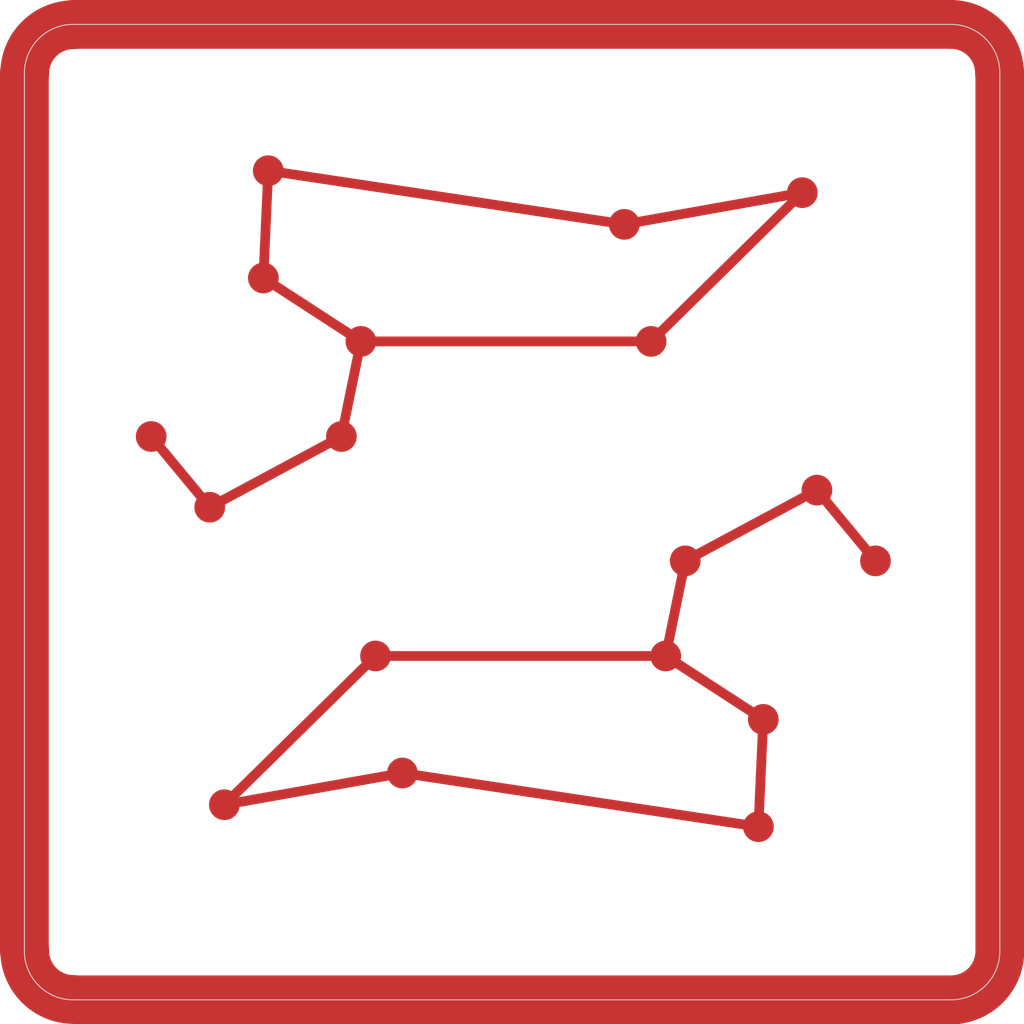
<source format=kicad_pcb>
(kicad_pcb (version 20211014) (generator pcbnew)

  (general
    (thickness 1.6)
  )

  (paper "A4")
  (layers
    (0 "F.Cu" signal)
    (31 "B.Cu" signal)
    (32 "B.Adhes" user "B.Adhesive")
    (33 "F.Adhes" user "F.Adhesive")
    (34 "B.Paste" user)
    (35 "F.Paste" user)
    (36 "B.SilkS" user "B.Silkscreen")
    (37 "F.SilkS" user "F.Silkscreen")
    (38 "B.Mask" user)
    (39 "F.Mask" user)
    (40 "Dwgs.User" user "User.Drawings")
    (41 "Cmts.User" user "User.Comments")
    (42 "Eco1.User" user "User.Eco1")
    (43 "Eco2.User" user "User.Eco2")
    (44 "Edge.Cuts" user)
    (45 "Margin" user)
    (46 "B.CrtYd" user "B.Courtyard")
    (47 "F.CrtYd" user "F.Courtyard")
    (48 "B.Fab" user)
    (49 "F.Fab" user)
    (50 "User.1" user)
    (51 "User.2" user)
    (52 "User.3" user)
    (53 "User.4" user)
    (54 "User.5" user)
    (55 "User.6" user)
    (56 "User.7" user)
    (57 "User.8" user)
    (58 "User.9" user)
  )

  (setup
    (pad_to_mask_clearance 0)
    (pcbplotparams
      (layerselection 0x00010fc_ffffffff)
      (disableapertmacros false)
      (usegerberextensions true)
      (usegerberattributes false)
      (usegerberadvancedattributes false)
      (creategerberjobfile false)
      (svguseinch false)
      (svgprecision 6)
      (excludeedgelayer true)
      (plotframeref false)
      (viasonmask false)
      (mode 1)
      (useauxorigin false)
      (hpglpennumber 1)
      (hpglpenspeed 20)
      (hpglpendiameter 15.000000)
      (dxfpolygonmode true)
      (dxfimperialunits true)
      (dxfusepcbnewfont true)
      (psnegative false)
      (psa4output false)
      (plotreference true)
      (plotvalue false)
      (plotinvisibletext false)
      (sketchpadsonfab false)
      (subtractmaskfromsilk true)
      (outputformat 1)
      (mirror false)
      (drillshape 0)
      (scaleselection 1)
      (outputdirectory "")
    )
  )

  (net 0 "")

  (gr_circle (center 113 92.25) (end 114.5 92.25) (layer "F.Cu") (width 0.15) (fill solid) (tstamp 02ae5472-38e7-460b-9acb-6b4062e55b6e))
  (gr_line (start 181.25 97.75) (end 167.75 105) (layer "F.Cu") (width 1) (tstamp 0b9a31b3-71f3-4157-9a7a-513a6a4871fe))
  (gr_arc (start 100.035534 55.035533) (mid 101.5 51.5) (end 105.035534 50.035533) (layer "F.Cu") (width 5) (tstamp 184600a7-a5e7-4d4a-88e8-5478e7df7502))
  (gr_line (start 120.5 130) (end 138.75 126.75) (layer "F.Cu") (width 1) (tstamp 1a5225dd-539a-4644-9e22-cb53accb352f))
  (gr_line (start 100 55) (end 100 145) (layer "F.Cu") (width 5) (tstamp 1ad5a991-0c45-4e20-bae9-65088f7ab57d))
  (gr_line (start 179.75 67.25) (end 161.5 70.5) (layer "F.Cu") (width 1) (tstamp 25589954-14e7-45ae-84b0-13820c7042d4))
  (gr_line (start 105.5 150) (end 195.5 150) (layer "F.Cu") (width 5) (tstamp 2f900f6b-8bfe-42ab-bbc6-ee39e3921303))
  (gr_line (start 200 145) (end 200 55) (layer "F.Cu") (width 5) (tstamp 374b8c9d-ea9f-4440-a38c-62161da63722))
  (gr_circle (center 120.5 130) (end 119 130) (layer "F.Cu") (width 0.15) (fill solid) (tstamp 3b467ccd-b746-48a4-9a74-62ccadd74bc5))
  (gr_circle (center 187.25 105) (end 185.75 105) (layer "F.Cu") (width 0.15) (fill solid) (tstamp 415367da-b1fa-4959-b1b8-c2bff2125e17))
  (gr_line (start 194.964467 50) (end 104.964467 50) (layer "F.Cu") (width 5) (tstamp 4cad975b-a107-49b2-ac74-b12f5f721876))
  (gr_circle (center 175.25 132.25) (end 173.75 132.25) (layer "F.Cu") (width 0.15) (fill solid) (tstamp 509f2eb5-a77a-4e0a-8f59-816959d21b22))
  (gr_line (start 164.25 82.5) (end 179.75 67.25) (layer "F.Cu") (width 1) (tstamp 546a13f8-978f-4952-9d81-55db88344c73))
  (gr_line (start 161.5 70.5) (end 125 65) (layer "F.Cu") (width 1) (tstamp 546e7f0b-50f9-4e1a-9f7a-ca5501bb7fb2))
  (gr_line (start 136 114.75) (end 120.5 130) (layer "F.Cu") (width 1) (tstamp 56a04142-6453-41c1-ad11-ef9f2e789586))
  (gr_line (start 175.25 132.25) (end 175.75 121.25) (layer "F.Cu") (width 1) (tstamp 5f288793-c60e-49a2-b9e2-28022d85963a))
  (gr_line (start 132.5 92.25) (end 134.5 82.5) (layer "F.Cu") (width 1) (tstamp 65fe598d-f6eb-4da3-9081-b41e5e1e5ce4))
  (gr_circle (center 119 99.5) (end 120.5 99.5) (layer "F.Cu") (width 0.15) (fill solid) (tstamp 678278f3-66f7-4766-855f-658225092345))
  (gr_line (start 113 92.25) (end 119 99.5) (layer "F.Cu") (width 1) (tstamp 703ef1f4-76c9-43bd-8eca-aff0ebfc70a3))
  (gr_line (start 175.75 121.25) (end 165.75 114.75) (layer "F.Cu") (width 1) (tstamp 7410eb21-a17d-4c3a-9d1c-66ca6c4e4f8a))
  (gr_line (start 124.5 76) (end 134.5 82.5) (layer "F.Cu") (width 1) (tstamp 798d4e7d-d322-4d6f-91c1-b491ad53ec52))
  (gr_circle (center 124.5 76) (end 126 76) (layer "F.Cu") (width 0.15) (fill solid) (tstamp 7a338715-dfa3-41e6-ad4e-3ec51b86f882))
  (gr_circle (center 175.75 121.25) (end 174.25 121.25) (layer "F.Cu") (width 0.15) (fill solid) (tstamp 7b3b1d13-649d-4c42-befe-3774c7273a57))
  (gr_circle (center 138.75 126.75) (end 137.25 126.75) (layer "F.Cu") (width 0.15) (fill solid) (tstamp 7f452625-57e2-40f6-98d8-6940f4c3d47b))
  (gr_arc (start 200 145) (mid 198.535534 148.535533) (end 195 150) (layer "F.Cu") (width 5) (tstamp 84da72ba-b446-4e5d-96cd-c03c24621654))
  (gr_circle (center 164.25 82.5) (end 165.75 82.5) (layer "F.Cu") (width 0.15) (fill solid) (tstamp 856c85a5-56ce-4fca-af90-342899708cfc))
  (gr_line (start 187.25 105) (end 181.25 97.75) (layer "F.Cu") (width 1) (tstamp 8a250c79-2911-4df5-8df4-0fccf38813a1))
  (gr_circle (center 125 65) (end 126.5 65) (layer "F.Cu") (width 0.15) (fill solid) (tstamp 8bd96d0b-695c-4772-9d79-67f50dba0f6b))
  (gr_line (start 167.75 105) (end 165.75 114.75) (layer "F.Cu") (width 1) (tstamp 8c3a9283-dac1-4e80-8c16-fcde07733cfe))
  (gr_circle (center 165.75 114.75) (end 164.25 114.75) (layer "F.Cu") (width 0.15) (fill solid) (tstamp 96e4d00b-b508-443b-8852-96ec6d97795d))
  (gr_arc (start 194.964467 50) (mid 198.5 51.464466) (end 199.964467 55) (layer "F.Cu") (width 5) (tstamp 99d62c77-db75-4888-85e2-73a6b151a621))
  (gr_line (start 138.75 126.75) (end 175.25 132.25) (layer "F.Cu") (width 1) (tstamp 9fa0afe1-d102-43bf-b2f5-ef165af06104))
  (gr_arc (start 105.035533 149.964466) (mid 101.5 148.5) (end 100.035533 144.964466) (layer "F.Cu") (width 5) (tstamp 9fd3a05e-f848-46dc-8048-77494b66072e))
  (gr_circle (center 181.25 97.75) (end 179.75 97.75) (layer "F.Cu") (width 0.15) (fill solid) (tstamp a4210df8-3bee-440e-b4d4-a1044db3aad6))
  (gr_line (start 134.5 82.5) (end 164.25 82.5) (layer "F.Cu") (width 1) (tstamp a84fb60b-103b-4fd2-825d-e10a02cf3329))
  (gr_line (start 125 65) (end 124.5 76) (layer "F.Cu") (width 1) (tstamp ac7dd548-6e43-4c0c-b409-96be658b0857))
  (gr_circle (center 134.5 82.5) (end 136 82.5) (layer "F.Cu") (width 0.15) (fill solid) (tstamp b4c671ba-6290-4fd0-8ffc-87cdb35e125b))
  (gr_line (start 165.75 114.75) (end 136 114.75) (layer "F.Cu") (width 1) (tstamp b71392e8-a438-47f5-a481-c7b6fa0d6f99))
  (gr_circle (center 136 114.75) (end 134.5 114.75) (layer "F.Cu") (width 0.15) (fill solid) (tstamp b804f865-e452-4978-88d1-9c3eba32b250))
  (gr_circle (center 179.75 67.25) (end 181.25 67.25) (layer "F.Cu") (width 0.15) (fill solid) (tstamp c2b29218-c402-4070-a81a-be6abca29326))
  (gr_circle (center 167.75 105) (end 166.25 105) (layer "F.Cu") (width 0.15) (fill solid) (tstamp d8e58d68-d937-4310-a69c-8cb494e93616))
  (gr_line (start 119 99.5) (end 132.5 92.25) (layer "F.Cu") (width 1) (tstamp dd6fbc09-9bb0-4b58-8e8f-ed465b4fe28f))
  (gr_circle (center 161.5 70.5) (end 163 70.5) (layer "F.Cu") (width 0.15) (fill solid) (tstamp e176b778-13fd-4bcc-96e3-f2caf2d47663))
  (gr_circle (center 132.5 92.25) (end 134 92.25) (layer "F.Cu") (width 0.15) (fill solid) (tstamp f4164dd2-f4b5-40f1-b9de-4eca7e149a52))
  (gr_arc (start 105.035534 149.964466) (mid 101.5 148.5) (end 100.035534 144.964466) (layer "F.Mask") (width 5) (tstamp 0abeba19-3bce-40aa-a559-6c0d90da855c))
  (gr_circle (center 132.5 92.25) (end 134 92.25) (layer "F.Mask") (width 0.15) (fill solid) (tstamp 0ddc7264-ec44-4a44-beb5-05d2516b9732))
  (gr_circle (center 136 114.75) (end 134.5 114.75) (layer "F.Mask") (width 0.15) (fill solid) (tstamp 1400fbd3-386c-4fd5-820f-d860fee974d8))
  (gr_circle (center 175.75 121.25) (end 174.25 121.25) (layer "F.Mask") (width 0.15) (fill solid) (tstamp 1d414738-a3fd-445c-b021-19be31ea7642))
  (gr_circle (center 165.75 114.75) (end 164.25 114.75) (layer "F.Mask") (width 0.15) (fill solid) (tstamp 1fbf14ac-9047-4e27-9aec-b8fd91707b15))
  (gr_line (start 119 99.5) (end 132.5 92.25) (layer "F.Mask") (width 1) (tstamp 21944c48-f867-4f09-a2b8-e47a5a931359))
  (gr_line (start 138.75 126.75) (end 175.25 132.25) (layer "F.Mask") (width 1) (tstamp 22b78fd6-8e10-4fd2-b0bd-3423d4907939))
  (gr_circle (center 164.25 82.5) (end 165.75 82.5) (layer "F.Mask") (width 0.15) (fill solid) (tstamp 259be311-2795-4985-914d-adaaba6ecb5e))
  (gr_circle (center 125 65) (end 126.5 65) (layer "F.Mask") (width 0.15) (fill solid) (tstamp 29348f43-4d58-4ce3-9a87-5d8f402e0de3))
  (gr_circle (center 119 99.5) (end 120.5 99.5) (layer "F.Mask") (width 0.15) (fill solid) (tstamp 2b94326e-f7bf-4dbf-8a23-87f97d0455b1))
  (gr_line (start 124.5 76) (end 134.5 82.5) (layer "F.Mask") (width 1) (tstamp 2ce92ac6-89d1-4dc9-9f6e-478036d3fc82))
  (gr_circle (center 179.75 67.25) (end 181.25 67.25) (layer "F.Mask") (width 0.15) (fill solid) (tstamp 42e77a2d-025e-46ec-bb34-90ed1dd15340))
  (gr_line (start 187.25 105) (end 181.25 97.75) (layer "F.Mask") (width 1) (tstamp 465ee793-ebcc-4648-a7a8-b6ca0c006fa8))
  (gr_line (start 125 65) (end 124.5 76) (layer "F.Mask") (width 1) (tstamp 475f811c-dd3d-4fb4-a19d-98d0516a5f73))
  (gr_circle (center 167.75 105) (end 166.25 105) (layer "F.Mask") (width 0.15) (fill solid) (tstamp 49f93623-ec14-49bc-97d4-f4af254d1e89))
  (gr_circle (center 187.25 105) (end 185.75 105) (layer "F.Mask") (width 0.15) (fill solid) (tstamp 4b0c929c-a3b3-42b7-ae43-e70254c10fde))
  (gr_line (start 136 114.75) (end 120.5 130) (layer "F.Mask") (width 1) (tstamp 5a8f576d-78cd-421f-a57a-03d0dabce53b))
  (gr_line (start 165.75 114.75) (end 136 114.75) (layer "F.Mask") (width 1) (tstamp 5c6c1ee0-64b7-4d5c-b42f-23a215db45c2))
  (gr_circle (center 175.25 132.25) (end 173.75 132.25) (layer "F.Mask") (width 0.15) (fill solid) (tstamp 617edc4b-bc47-43be-b281-95c12292b49c))
  (gr_line (start 105.500001 150) (end 195.500001 150) (layer "F.Mask") (width 5) (tstamp 65fcb2dc-466e-47e1-9f48-f17d3e958554))
  (gr_line (start 161.5 70.5) (end 125 65) (layer "F.Mask") (width 1) (tstamp 6cac8c39-815f-4cff-9d09-f222b31d9be6))
  (gr_circle (center 138.75 126.75) (end 137.25 126.75) (layer "F.Mask") (width 0.15) (fill solid) (tstamp 6f54d17e-d4a9-41b5-a7a6-e8fd387fe865))
  (gr_line (start 113 92.25) (end 119 99.5) (layer "F.Mask") (width 1) (tstamp 78480b16-929b-4eb3-af9a-f9852b270f2a))
  (gr_line (start 181.25 97.75) (end 167.75 105) (layer "F.Mask") (width 1) (tstamp 7b98a910-700a-48f5-bec4-f794f02077f0))
  (gr_line (start 175.75 121.25) (end 165.75 114.75) (layer "F.Mask") (width 1) (tstamp 8421e1b0-84ae-4b84-b056-bfca466bca8d))
  (gr_arc (start 200.000001 145) (mid 198.535535 148.535534) (end 195.000001 150) (layer "F.Mask") (width 5) (tstamp 894ab5b6-34dd-495f-9bc6-b47bfd0a4c0d))
  (gr_circle (center 161.5 70.5) (end 163 70.5) (layer "F.Mask") (width 0.15) (fill solid) (tstamp 94c98be6-b101-43eb-a8b4-932bf07f1347))
  (gr_line (start 200.000001 145) (end 200.000001 55) (layer "F.Mask") (width 5) (tstamp a65a5a5e-4a07-4955-8619-96594f13b76a))
  (gr_line (start 134.5 82.5) (end 164.25 82.5) (layer "F.Mask") (width 1) (tstamp ac43196b-a040-40a2-b26c-1e083d9e0ef1))
  (gr_circle (center 134.5 82.5) (end 136 82.5) (layer "F.Mask") (width 0.15) (fill solid) (tstamp b3b930ea-c8f1-4d60-a53e-dcedf539c8f2))
  (gr_line (start 194.964468 50) (end 104.964468 50) (layer "F.Mask") (width 5) (tstamp b402cf56-eefa-4d3a-9c74-fc887e5476f0))
  (gr_line (start 132.5 92.25) (end 134.5 82.5) (layer "F.Mask") (width 1) (tstamp c65ba2c9-dffe-4f00-a051-423e57562a1d))
  (gr_line (start 164.25 82.5) (end 179.75 67.25) (layer "F.Mask") (width 1) (tstamp c68fbab7-faad-4774-b8a0-9554378975be))
  (gr_line (start 100.000001 55) (end 100.000001 145) (layer "F.Mask") (width 5) (tstamp cf8a10b9-8584-4ba9-9d50-fe18b35bb813))
  (gr_line (start 167.75 105) (end 165.75 114.75) (layer "F.Mask") (width 1) (tstamp d172e756-729d-4aef-a982-3e7aa58f2c42))
  (gr_arc (start 194.964468 50) (mid 198.500002 51.464466) (end 199.964468 55) (layer "F.Mask") (width 5) (tstamp d27c34a2-fa58-454c-947a-576445df1a67))
  (gr_arc (start 100.035535 55.035533) (mid 101.500001 51.499999) (end 105.035535 50.035533) (layer "F.Mask") (width 5) (tstamp d887bbc6-82b0-43a0-be59-23ccf256bd06))
  (gr_line (start 175.25 132.25) (end 175.75 121.25) (layer "F.Mask") (width 1) (tstamp dcb3a801-3b34-412d-89be-fb3f92501310))
  (gr_line (start 179.75 67.25) (end 161.5 70.5) (layer "F.Mask") (width 1) (tstamp dccaa679-56a5-4109-b744-515d53cc66b4))
  (gr_circle (center 124.5 76) (end 126 76) (layer "F.Mask") (width 0.15) (fill solid) (tstamp df3b4b7c-21d3-4d3f-8200-652d2b0163ec))
  (gr_line (start 120.5 130) (end 138.75 126.75) (layer "F.Mask") (width 1) (tstamp e114f54e-c0e6-4ab9-bcff-73f982b085d7))
  (gr_circle (center 120.5 130) (end 119 130) (layer "F.Mask") (width 0.15) (fill solid) (tstamp f7364d2f-33ce-4dda-b88b-3ad0a4f581df))
  (gr_circle (center 113 92.25) (end 114.5 92.25) (layer "F.Mask") (width 0.15) (fill solid) (tstamp f8cd1683-0a88-4017-a71d-6df301d0ea71))
  (gr_circle (center 181.25 97.75) (end 179.75 97.75) (layer "F.Mask") (width 0.15) (fill solid) (tstamp fb653c74-ba25-4919-b551-a8fd09bbe12d))
  (gr_poly
    (pts
      (xy 135 85)
      (xy 134.985188 84.92832)
      (xy 134.963524 84.855188)
      (xy 134.935431 84.781137)
      (xy 134.901334 84.706697)
      (xy 134.861655 84.632403)
      (xy 134.816819 84.558786)
      (xy 134.767249 84.486377)
      (xy 134.71337 84.415711)
      (xy 134.655604 84.347318)
      (xy 134.594376 84.281731)
      (xy 134.530109 84.219483)
      (xy 134.463228 84.161105)
      (xy 134.394155 84.10713)
      (xy 134.323315 84.05809)
      (xy 134.251131 84.014517)
      (xy 134.178027 83.976944)
      (xy 134.145529 83.962503)
      (xy 134.115154 83.949555)
      (xy 134.086382 83.938024)
      (xy 134.058689 83.92783)
      (xy 134.031555 83.918898)
      (xy 134.004457 83.911149)
      (xy 133.976873 83.904506)
      (xy 133.948281 83.898891)
      (xy 133.91816 83.894227)
      (xy 133.885987 83.890437)
      (xy 133.851241 83.887442)
      (xy 133.8134 83.885166)
      (xy 133.771941 83.88353)
      (xy 133.726343 83.882458)
      (xy 133.620642 83.881693)
      (xy 133.543407 83.88324)
      (xy 133.47025 83.886632)
      (xy 133.400864 83.891978)
      (xy 133.334946 83.899386)
      (xy 133.272191 83.908964)
      (xy 133.212294 83.920821)
      (xy 133.154949 83.935066)
      (xy 133.099852 83.951807)
      (xy 133.046698 83.971152)
      (xy 132.995183 83.993211)
      (xy 132.945 84.018091)
      (xy 132.895847 84.045901)
      (xy 132.847416 84.076749)
      (xy 132.799405 84.110745)
      (xy 132.751507 84.147996)
      (xy 132.703418 84.188611)
      (xy 132.53761 84.333249)
      (xy 132.42825 84.269748)
      (xy 131.576294 83.728674)
      (xy 129.68717 82.523499)
      (xy 125.714893 79.987027)
      (xy 124.367279 79.126246)
      (xy 124.416669 79.009833)
      (xy 124.430147 78.972989)
      (xy 124.441486 78.932863)
      (xy 124.450696 78.889895)
      (xy 124.457787 78.844524)
      (xy 124.462771 78.797189)
      (xy 124.465656 78.74833)
      (xy 124.466454 78.698386)
      (xy 124.465174 78.647795)
      (xy 124.461827 78.596998)
      (xy 124.456424 78.546433)
      (xy 124.448974 78.49654)
      (xy 124.439488 78.447758)
      (xy 124.427977 78.400527)
      (xy 124.41445 78.355285)
      (xy 124.398917 78.312471)
      (xy 124.38139 78.272525)
      (xy 124.364501 78.238191)
      (xy 124.3445 78.2029)
      (xy 124.32175 78.16702)
      (xy 124.296612 78.130918)
      (xy 124.269449 78.094961)
      (xy 124.240622 78.059515)
      (xy 124.210493 78.024948)
      (xy 124.179423 77.991626)
      (xy 124.147774 77.959916)
      (xy 124.115909 77.930186)
      (xy 124.084188 77.902802)
      (xy 124.052974 77.87813)
      (xy 124.022628 77.856539)
      (xy 123.993512 77.838394)
      (xy 123.965988 77.824064)
      (xy 123.940417 77.813913)
      (xy 123.934318 77.811931)
      (xy 123.928583 77.809915)
      (xy 123.923205 77.807813)
      (xy 123.918176 77.80557)
      (xy 123.913487 77.803134)
      (xy 123.909132 77.80045)
      (xy 123.905103 77.797466)
      (xy 123.901391 77.794126)
      (xy 123.897989 77.790379)
      (xy 123.89489 77.786169)
      (xy 123.892085 77.781444)
      (xy 123.889567 77.77615)
      (xy 123.887328 77.770233)
      (xy 123.885361 77.76364)
      (xy 123.883656 77.756317)
      (xy 123.882208 77.74821)
      (xy 123.881008 77.739266)
      (xy 123.880048 77.729432)
      (xy 123.879321 77.718653)
      (xy 123.878818 77.706875)
      (xy 123.878533 77.694047)
      (xy 123.878456 77.680113)
      (xy 123.878582 77.66502)
      (xy 123.878901 77.648715)
      (xy 123.880089 77.612252)
      (xy 123.88196 77.570296)
      (xy 123.884451 77.522418)
      (xy 123.8875 77.468189)
      (xy 123.967758 76.063697)
      (xy 124.127393 73.14314)
      (xy 124.342584 69.146167)
      (xy 124.617749 69.065024)
      (xy 124.701855 69.039172)
      (xy 124.782266 69.010503)
      (xy 124.859091 68.97893)
      (xy 124.932438 68.944365)
      (xy 125.002416 68.90672)
      (xy 125.069133 68.865906)
      (xy 125.132697 68.821838)
      (xy 125.193218 68.774425)
      (xy 125.250804 68.723581)
      (xy 125.305563 68.669218)
      (xy 125.357604 68.611248)
      (xy 125.407035 68.549583)
      (xy 125.453965 68.484136)
      (xy 125.498503 68.414818)
      (xy 125.540757 68.341541)
      (xy 125.580835 68.264219)
      (xy 125.609092 68.208003)
      (xy 125.621755 68.184186)
      (xy 125.633586 68.163073)
      (xy 125.644694 68.144543)
      (xy 125.655187 68.128477)
      (xy 125.665173 68.114758)
      (xy 125.674761 68.103267)
      (xy 125.68406 68.093883)
      (xy 125.693179 68.086489)
      (xy 125.702225 68.080966)
      (xy 125.711307 68.077194)
      (xy 125.720534 68.075056)
      (xy 125.730015 68.074431)
      (xy 125.739858 68.075202)
      (xy 125.750171 68.07725)
      (xy 127.103951 68.292443)
      (xy 130.251611 68.782804)
      (xy 136.813281 69.80586)
      (xy 159.599196 73.351276)
      (xy 159.60087 73.35145)
      (xy 159.602581 73.351967)
      (xy 159.604328 73.352817)
      (xy 159.606106 73.353991)
      (xy 159.607913 73.35548)
      (xy 159.609745 73.357275)
      (xy 159.611599 73.359368)
      (xy 159.613472 73.361749)
      (xy 159.61536 73.364409)
      (xy 159.617261 73.367338)
      (xy 159.61917 73.370529)
      (xy 159.621086 73.373972)
      (xy 159.624921 73.381577)
      (xy 159.628741 73.390081)
      (xy 159.632519 73.399412)
      (xy 159.636231 73.409497)
      (xy 159.639849 73.420265)
      (xy 159.643349 73.431642)
      (xy 159.646703 73.443557)
      (xy 159.649888 73.455937)
      (xy 159.652876 73.46871)
      (xy 159.655641 73.481803)
      (xy 159.666898 73.533444)
      (xy 159.68203 73.585039)
      (xy 159.700863 73.636375)
      (xy 159.72322 73.687241)
      (xy 159.748925 73.737425)
      (xy 159.777804 73.786715)
      (xy 159.809679 73.834899)
      (xy 159.844377 73.881765)
      (xy 159.88172 73.927102)
      (xy 159.921533 73.970697)
      (xy 159.963641 74.012339)
      (xy 160.007867 74.051816)
      (xy 160.054037 74.088916)
      (xy 160.101973 74.123427)
      (xy 160.151502 74.155138)
      (xy 160.202446 74.183835)
      (xy 160.239895 74.201118)
      (xy 160.282931 74.215935)
      (xy 160.330772 74.228303)
      (xy 160.382639 74.238238)
      (xy 160.437751 74.245753)
      (xy 160.495328 74.250866)
      (xy 160.554589 74.253592)
      (xy 160.614755 74.253946)
      (xy 160.675045 74.251943)
      (xy 160.734678 74.2476)
      (xy 160.792875 74.240931)
      (xy 160.848856 74.231952)
      (xy 160.901838 74.220679)
      (xy 160.951044 74.207127)
      (xy 160.995691 74.191312)
      (xy 161.035001 74.173249)
      (xy 161.096913 74.138174)
      (xy 161.15558 74.100515)
      (xy 161.210898 74.060417)
      (xy 161.262764 74.018026)
      (xy 161.311075 73.973484)
      (xy 161.355727 73.926937)
      (xy 161.396617 73.878531)
      (xy 161.433641 73.828408)
      (xy 161.466697 73.776715)
      (xy 161.495681 73.723595)
      (xy 161.508613 73.696545)
      (xy 161.520489 73.669194)
      (xy 161.531295 73.641558)
      (xy 161.541018 73.613655)
      (xy 161.549646 73.585505)
      (xy 161.557166 73.557125)
      (xy 161.563564 73.528533)
      (xy 161.568827 73.499747)
      (xy 161.572944 73.470785)
      (xy 161.5759 73.441666)
      (xy 161.577683 73.412407)
      (xy 161.578281 73.383027)
      (xy 161.578281 73.213697)
      (xy 161.761725 73.178418)
      (xy 177.333335 70.458496)
      (xy 177.335081 70.459033)
      (xy 177.337006 70.459972)
      (xy 177.339104 70.461306)
      (xy 177.341369 70.463024)
      (xy 177.343795 70.465117)
      (xy 177.346373 70.467574)
      (xy 177.351966 70.473546)
      (xy 177.358097 70.480861)
      (xy 177.364713 70.489441)
      (xy 177.371764 70.499211)
      (xy 177.379196 70.510091)
      (xy 177.38696 70.522005)
      (xy 177.395003 70.534875)
      (xy 177.403272 70.548623)
      (xy 177.411718 70.563173)
      (xy 177.420288 70.578446)
      (xy 177.42893 70.594366)
      (xy 177.437593 70.610853)
      (xy 177.446224 70.627832)
      (xy 177.527363 70.793637)
      (xy 175.96103 72.345859)
      (xy 169.113614 79.150943)
      (xy 163.83253 84.403806)
      (xy 163.754918 84.329721)
      (xy 163.733442 84.310706)
      (xy 163.710728 84.292688)
      (xy 163.686841 84.275673)
      (xy 163.661846 84.259669)
      (xy 163.635806 84.24468)
      (xy 163.608788 84.230712)
      (xy 163.552071 84.205864)
      (xy 163.492213 84.18517)
      (xy 163.429729 84.168678)
      (xy 163.365137 84.156433)
      (xy 163.298953 84.148483)
      (xy 163.231695 84.144873)
      (xy 163.163878 84.145651)
      (xy 163.09602 84.150862)
      (xy 163.028637 84.160554)
      (xy 162.962247 84.174772)
      (xy 162.897365 84.193564)
      (xy 162.834509 84.216976)
      (xy 162.804002 84.230428)
      (xy 162.774196 84.245053)
      (xy 162.736608 84.26635)
      (xy 162.699383 84.290405)
      (xy 162.662715 84.317003)
      (xy 162.626802 84.345926)
      (xy 162.591839 84.376958)
      (xy 162.558024 84.409881)
      (xy 162.525552 84.444478)
      (xy 162.494621 84.480533)
      (xy 162.465425 84.517828)
      (xy 162.438162 84.556145)
      (xy 162.413029 84.59527)
      (xy 162.39022 84.634983)
      (xy 162.369934 84.675068)
      (xy 162.352366 84.715308)
      (xy 162.337712 84.755487)
      (xy 162.326169 84.795386)
      (xy 162.297945 84.904749)
      (xy 159.352251 84.932972)
      (xy 136.968503 85.130527)
      (xy 135.024695 85.134052)
      (xy 135 85)
    ) (layer "Dwgs.User") (width 0.003527) (fill solid) (tstamp 3d0ee88c-fab5-44ff-91c4-a21e663a09de))
  (gr_poly
    (pts
      (xy 118.348889 102.99872)
      (xy 118.38739 102.983409)
      (xy 118.426046 102.965359)
      (xy 118.464682 102.944724)
      (xy 118.503121 102.921661)
      (xy 118.541187 102.896325)
      (xy 118.578706 102.868869)
      (xy 118.615502 102.83945)
      (xy 118.651398 102.808221)
      (xy 118.686219 102.77534)
      (xy 118.71979 102.740959)
      (xy 118.751934 102.705235)
      (xy 118.782477 102.668322)
      (xy 118.811241 102.630376)
      (xy 118.838053 102.591551)
      (xy 118.862736 102.552002)
      (xy 118.885113 102.511885)
      (xy 118.898974 102.48429)
      (xy 118.911496 102.458136)
      (xy 118.922747 102.433047)
      (xy 118.932794 102.408644)
      (xy 118.941704 102.384552)
      (xy 118.949545 102.360393)
      (xy 118.956382 102.335789)
      (xy 118.962285 102.310364)
      (xy 118.967319 102.283739)
      (xy 118.971552 102.255539)
      (xy 118.975052 102.225385)
      (xy 118.977884 102.1929)
      (xy 118.980118 102.157707)
      (xy 118.981819 102.11943)
      (xy 118.983055 102.077689)
      (xy 118.983893 102.032109)
      (xy 118.987415 101.732248)
      (xy 124.797668 98.588999)
      (xy 129.817563 95.874965)
      (xy 130.611444 95.445749)
      (xy 130.784308 95.562163)
      (xy 130.828902 95.590688)
      (xy 130.874004 95.616727)
      (xy 130.919539 95.640275)
      (xy 130.965436 95.661327)
      (xy 131.011623 95.679878)
      (xy 131.058026 95.695923)
      (xy 131.104575 95.709456)
      (xy 131.151195 95.720473)
      (xy 131.197816 95.728967)
      (xy 131.244365 95.734935)
      (xy 131.290769 95.738371)
      (xy 131.336956 95.739269)
      (xy 131.382854 95.737625)
      (xy 131.42839 95.733433)
      (xy 131.473492 95.726689)
      (xy 131.518088 95.717386)
      (xy 131.585079 95.699343)
      (xy 131.649703 95.677058)
      (xy 131.711826 95.650669)
      (xy 131.771314 95.620317)
      (xy 131.828032 95.586141)
      (xy 131.881845 95.54828)
      (xy 131.93262 95.506874)
      (xy 131.980223 95.462063)
      (xy 132.024518 95.413986)
      (xy 132.065371 95.362782)
      (xy 132.102649 95.308592)
      (xy 132.136216 95.251554)
      (xy 132.165938 95.191808)
      (xy 132.191682 95.129494)
      (xy 132.213312 95.064751)
      (xy 132.230695 94.997719)
      (xy 132.242377 94.930475)
      (xy 132.248423 94.862596)
      (xy 132.24898 94.794437)
      (xy 132.244199 94.726356)
      (xy 132.23423 94.65871)
      (xy 132.219222 94.591853)
      (xy 132.199326 94.526144)
      (xy 132.174691 94.461939)
      (xy 132.145467 94.399594)
      (xy 132.111805 94.339466)
      (xy 132.073853 94.281911)
      (xy 132.031761 94.227286)
      (xy 131.985681 94.175948)
      (xy 131.93576 94.128253)
      (xy 131.88215 94.084557)
      (xy 131.825 94.045218)
      (xy 131.792713 94.023818)
      (xy 131.762493 94.002335)
      (xy 131.748391 93.991744)
      (xy 131.735084 93.981348)
      (xy 131.722666 93.971222)
      (xy 131.71123 93.961436)
      (xy 131.700869 93.952064)
      (xy 131.691676 93.943177)
      (xy 131.683743 93.934849)
      (xy 131.677165 93.92715)
      (xy 131.672033 93.920155)
      (xy 131.668442 93.913934)
      (xy 131.666483 93.908561)
      (xy 131.666145 93.906215)
      (xy 131.666251 93.904108)
      (xy 131.732396 93.607058)
      (xy 131.912313 92.826814)
      (xy 132.502332 90.291666)
      (xy 133.338419 86.718027)
      (xy 133.638281 86.710971)
      (xy 133.725276 86.706541)
      (xy 133.800447 86.700664)
      (xy 133.834555 86.696937)
      (xy 133.866854 86.692554)
      (xy 133.897727 86.687416)
      (xy 133.927556 86.681426)
      (xy 133.956724 86.674485)
      (xy 133.985612 86.666495)
      (xy 134.014604 86.657358)
      (xy 134.044082 86.646976)
      (xy 134.074428 86.63525)
      (xy 134.106025 86.622082)
      (xy 134.174499 86.591028)
      (xy 134.249574 86.553364)
      (xy 134.321337 86.513121)
      (xy 134.389781 86.470284)
      (xy 134.454903 86.424837)
      (xy 134.516698 86.376765)
      (xy 134.575159 86.326052)
      (xy 134.630281 86.272683)
      (xy 134.682061 86.216642)
      (xy 134.730491 86.157915)
      (xy 134.775568 86.096484)
      (xy 134.817286 86.032336)
      (xy 134.855639 85.965454)
      (xy 134.890624 85.895823)
      (xy 134.922233 85.823427)
      (xy 134.950463 85.748251)
      (xy 134.975308 85.670279)
      (xy 135.035278 85.469193)
      (xy 137.628195 85.444498)
      (xy 159.341669 85.25047)
      (xy 162.30853 85.229306)
      (xy 162.350862 85.356305)
      (xy 162.365871 85.394917)
      (xy 162.384286 85.433853)
      (xy 162.405874 85.472863)
      (xy 162.430402 85.511691)
      (xy 162.457638 85.550086)
      (xy 162.48735 85.587793)
      (xy 162.519304 85.62456)
      (xy 162.553268 85.660133)
      (xy 162.58901 85.694259)
      (xy 162.626297 85.726685)
      (xy 162.664897 85.757158)
      (xy 162.704577 85.785424)
      (xy 162.745104 85.811231)
      (xy 162.786247 85.834324)
      (xy 162.827771 85.854452)
      (xy 162.869446 85.87136)
      (xy 162.911957 85.886906)
      (xy 162.95239 85.900478)
      (xy 162.991066 85.912086)
      (xy 163.028306 85.921741)
      (xy 163.06443 85.929453)
      (xy 163.099757 85.935232)
      (xy 163.13461 85.939089)
      (xy 163.169307 85.941033)
      (xy 163.20417 85.941076)
      (xy 163.239518 85.939228)
      (xy 163.275672 85.935498)
      (xy 163.312954 85.929898)
      (xy 163.351682 85.922438)
      (xy 163.392177 85.913128)
      (xy 163.43476 85.901978)
      (xy 163.479752 85.888999)
      (xy 163.515684 85.877667)
      (xy 163.550707 85.864861)
      (xy 163.584799 85.850616)
      (xy 163.617941 85.834966)
      (xy 163.650112 85.817947)
      (xy 163.68129 85.799594)
      (xy 163.711455 85.779941)
      (xy 163.740587 85.759023)
      (xy 163.768664 85.736875)
      (xy 163.795667 85.713532)
      (xy 163.821574 85.689029)
      (xy 163.846365 85.663401)
      (xy 163.870019 85.636683)
      (xy 163.892515 85.608909)
      (xy 163.913834 85.580114)
      (xy 163.933953 85.550333)
      (xy 163.952853 85.519602)
      (xy 163.970512 85.487955)
      (xy 163.986911 85.455427)
      (xy 164.002028 85.422052)
      (xy 164.015843 85.387866)
      (xy 164.028335 85.352904)
      (xy 164.039483 85.3172)
      (xy 164.049267 85.280789)
      (xy 164.057666 85.243707)
      (xy 164.06466 85.205988)
      (xy 164.070227 85.167666)
      (xy 164.074348 85.128778)
      (xy 164.077 85.089357)
      (xy 164.078165 85.049439)
      (xy 164.07782 85.009058)
      (xy 164.075946 84.96825)
      (xy 164.067513 84.872613)
      (xy 164.058749 84.787891)
      (xy 164.050646 84.723675)
      (xy 164.047153 84.702253)
      (xy 164.044197 84.689554)
      (xy 164.181415 84.543772)
      (xy 164.579702 84.138449)
      (xy 166.047533 82.661964)
      (xy 168.223786 80.485657)
      (xy 170.884557 77.835083)
      (xy 177.73903 71.019416)
      (xy 177.841336 71.104084)
      (xy 177.891295 71.143979)
      (xy 177.94319 71.180987)
      (xy 177.996888 71.215116)
      (xy 178.052258 71.246372)
      (xy 178.109168 71.274763)
      (xy 178.167486 71.300296)
      (xy 178.227081 71.322977)
      (xy 178.28782 71.342814)
      (xy 178.349572 71.359814)
      (xy 178.412205 71.373984)
      (xy 178.475587 71.385332)
      (xy 178.539587 71.393863)
      (xy 178.604073 71.399586)
      (xy 178.668913 71.402508)
      (xy 178.799127 71.399975)
      (xy 178.929176 71.386321)
      (xy 179.058005 71.361603)
      (xy 179.121633 71.345113)
      (xy 179.184561 71.325879)
      (xy 179.246657 71.303906)
      (xy 179.307789 71.279204)
      (xy 179.367825 71.251777)
      (xy 179.426634 71.221635)
      (xy 179.484084 71.188784)
      (xy 179.540043 71.15323)
      (xy 179.59438 71.114981)
      (xy 179.646962 71.074045)
      (xy 179.697658 71.030428)
      (xy 179.746336 70.984137)
      (xy 179.793256 70.935232)
      (xy 179.837438 70.885092)
      (xy 179.87887 70.833721)
      (xy 179.917543 70.781126)
      (xy 179.953446 70.727311)
      (xy 179.986569 70.672282)
      (xy 180.016901 70.616043)
      (xy 180.044433 70.558601)
      (xy 180.069153 70.499959)
      (xy 180.091052 70.440124)
      (xy 180.110119 70.3791)
      (xy 180.126343 70.316893)
      (xy 180.139715 70.253508)
      (xy 180.150225 70.18895)
      (xy 180.157861 70.123224)
      (xy 180.162613 70.056336)
      (xy 180.165092 69.965584)
      (xy 180.163261 69.877188)
      (xy 180.15711 69.791108)
      (xy 180.146628 69.707302)
      (xy 180.131806 69.625728)
      (xy 180.112632 69.546346)
      (xy 180.089097 69.469114)
      (xy 180.06119 69.39399)
      (xy 180.028901 69.320933)
      (xy 179.992219 69.249902)
      (xy 179.951134 69.180855)
      (xy 179.905637 69.113752)
      (xy 179.855716 69.048551)
      (xy 179.801361 68.98521)
      (xy 179.742561 68.923688)
      (xy 179.679308 68.863944)
      (xy 179.59442 68.793898)
      (xy 179.506679 68.73183)
      (xy 179.416434 68.677596)
      (xy 179.324036 68.631048)
      (xy 179.229834 68.592043)
      (xy 179.134178 68.560435)
      (xy 179.037419 68.536078)
      (xy 178.939908 68.518828)
      (xy 178.841993 68.508538)
      (xy 178.744025 68.505063)
      (xy 178.646354 68.508259)
      (xy 178.54933 68.51798)
      (xy 178.453304 68.53408)
      (xy 178.358625 68.556414)
      (xy 178.265644 68.584837)
      (xy 178.17471 68.619203)
      (xy 178.086175 68.659367)
      (xy 178.000387 68.705184)
      (xy 177.917697 68.756509)
      (xy 177.838455 68.813196)
      (xy 177.763012 68.875099)
      (xy 177.691717 68.942074)
      (xy 177.62492 69.013975)
      (xy 177.562972 69.090656)
      (xy 177.506222 69.171973)
      (xy 177.455021 69.25778)
      (xy 177.409719 69.347932)
      (xy 177.370667 69.442283)
      (xy 177.338213 69.540688)
      (xy 177.312708 69.643002)
      (xy 177.294503 69.749079)
      (xy 177.283947 69.858774)
      (xy 177.278703 69.944006)
      (xy 177.273088 70.0108)
      (xy 177.269921 70.038032)
      (xy 177.266397 70.061554)
      (xy 177.262429 70.081665)
      (xy 177.257929 70.098665)
      (xy 177.252809 70.112854)
      (xy 177.246981 70.124531)
      (xy 177.240357 70.133997)
      (xy 177.232849 70.14155)
      (xy 177.22437 70.147491)
      (xy 177.214831 70.15212)
      (xy 177.204145 70.155735)
      (xy 177.192224 70.158637)
      (xy 172.05578 71.058219)
      (xy 164.259392 72.419947)
      (xy 162.751155 72.683921)
      (xy 161.927529 72.819905)
      (xy 161.706506 72.849926)
      (xy 161.577508 72.859979)
      (xy 161.514159 72.854074)
      (xy 161.498861 72.846391)
      (xy 161.490085 72.836222)
      (xy 161.45908 72.785541)
      (xy 161.425682 72.737363)
      (xy 161.390019 72.691712)
      (xy 161.352219 72.648608)
      (xy 161.312413 72.608075)
      (xy 161.270727 72.570136)
      (xy 161.22729 72.534813)
      (xy 161.182232 72.502129)
      (xy 161.13568 72.472106)
      (xy 161.087763 72.444767)
      (xy 161.03861 72.420135)
      (xy 160.988349 72.398231)
      (xy 160.937108 72.37908)
      (xy 160.885017 72.362703)
      (xy 160.832204 72.349123)
      (xy 160.778797 72.338363)
      (xy 160.724925 72.330444)
      (xy 160.670717 72.325391)
      (xy 160.6163 72.323225)
      (xy 160.561805 72.323969)
      (xy 160.507358 72.327646)
      (xy 160.453088 72.334278)
      (xy 160.399125 72.343887)
      (xy 160.345597 72.356498)
      (xy 160.292632 72.372131)
      (xy 160.240359 72.39081)
      (xy 160.188906 72.412557)
      (xy 160.138402 72.437396)
      (xy 160.088976 72.465347)
      (xy 160.040755 72.496435)
      (xy 159.993869 72.530682)
      (xy 159.948447 72.56811)
      (xy 159.935567 72.580157)
      (xy 159.92214 72.593713)
      (xy 159.908278 72.608633)
      (xy 159.894096 72.624773)
      (xy 159.879708 72.641988)
      (xy 159.865227 72.660133)
      (xy 159.850766 72.679064)
      (xy 159.836439 72.698635)
      (xy 159.822361 72.718703)
      (xy 159.808644 72.739122)
      (xy 159.795403 72.759748)
      (xy 159.782751 72.780437)
      (xy 159.770801 72.801042)
      (xy 159.759668 72.82142)
      (xy 159.749465 72.841427)
      (xy 159.740306 72.860917)
      (xy 159.712084 72.920268)
      (xy 159.700123 72.944212)
      (xy 159.689154 72.964653)
      (xy 159.678847 72.981829)
      (xy 159.673838 72.989266)
      (xy 159.66887 72.995976)
      (xy 159.663902 73.001988)
      (xy 159.658893 73.007332)
      (xy 159.653801 73.012038)
      (xy 159.648585 73.016136)
      (xy 159.643204 73.019655)
      (xy 159.637616 73.022624)
      (xy 159.63178 73.025075)
      (xy 159.625655 73.027036)
      (xy 159.619199 73.028537)
      (xy 159.61237 73.029607)
      (xy 159.605129 73.030278)
      (xy 159.597433 73.030577)
      (xy 159.58051 73.030183)
      (xy 159.561273 73.028662)
      (xy 159.514529 73.023191)
      (xy 142.552972 70.380887)
      (xy 125.73606 67.763279)
      (xy 125.73606 67.64686)
      (xy 125.731855 67.542969)
      (xy 125.719454 67.439315)
      (xy 125.699178 67.336384)
      (xy 125.671346 67.234663)
      (xy 125.63628 67.134637)
      (xy 125.594299 67.036791)
      (xy 125.545724 66.941611)
      (xy 125.490876 66.849584)
      (xy 125.430075 66.761194)
      (xy 125.36364 66.676929)
      (xy 125.291894 66.597273)
      (xy 125.215156 66.522712)
      (xy 125.133746 66.453732)
      (xy 125.047985 66.390818)
      (xy 124.958193 66.334458)
      (xy 124.864691 66.285135)
      (xy 124.787792 66.249898)
      (xy 124.754042 66.235417)
      (xy 124.722426 66.222847)
      (xy 124.692195 66.212055)
      (xy 124.662599 66.202906)
      (xy 124.63289 66.195267)
      (xy 124.602317 66.189002)
      (xy 124.570132 66.183977)
      (xy 124.535585 66.180058)
      (xy 124.497927 66.177111)
      (xy 124.456409 66.175001)
      (xy 124.410282 66.173593)
      (xy 124.358795 66.172755)
      (xy 124.236749 66.172245)
      (xy 124.112664 66.172768)
      (xy 124.014003 66.175111)
      (xy 123.972231 66.177326)
      (xy 123.934442 66.18043)
      (xy 123.899848 66.184568)
      (xy 123.867656 66.189884)
      (xy 123.837076 66.196523)
      (xy 123.807319 66.204629)
      (xy 123.777592 66.214348)
      (xy 123.747106 66.225824)
      (xy 123.715069 66.239201)
      (xy 123.680692 66.254625)
      (xy 123.601752 66.292191)
      (xy 123.545958 66.321015)
      (xy 123.491711 66.351875)
      (xy 123.439047 66.384701)
      (xy 123.388005 66.41942)
      (xy 123.338621 66.45596)
      (xy 123.290934 66.49425)
      (xy 123.244981 66.534219)
      (xy 123.200799 66.575794)
      (xy 123.158425 66.618903)
      (xy 123.117897 66.663476)
      (xy 123.079254 66.70944)
      (xy 123.042531 66.756724)
      (xy 123.007766 66.805255)
      (xy 122.974998 66.854963)
      (xy 122.944263 66.905776)
      (xy 122.915599 66.957621)
      (xy 122.889043 67.010428)
      (xy 122.864634 67.064124)
      (xy 122.842407 67.118638)
      (xy 122.822402 67.173898)
      (xy 122.804654 67.229832)
      (xy 122.789203 67.286369)
      (xy 122.776084 67.343437)
      (xy 122.765337 67.400965)
      (xy 122.756997 67.45888)
      (xy 122.751103 67.51711)
      (xy 122.747692 67.575585)
      (xy 122.746802 67.634233)
      (xy 122.74847 67.692981)
      (xy 122.752733 67.751758)
      (xy 122.759629 67.810493)
      (xy 122.769196 67.869114)
      (xy 122.778613 67.915641)
      (xy 122.789632 67.96253)
      (xy 122.802202 68.009646)
      (xy 122.81627 68.056856)
      (xy 122.831785 68.104024)
      (xy 122.848695 68.151017)
      (xy 122.866949 68.197699)
      (xy 122.886495 68.243937)
      (xy 122.907281 68.289597)
      (xy 122.929256 68.334543)
      (xy 122.952367 68.378642)
      (xy 122.976563 68.421759)
      (xy 123.001793 68.46376)
      (xy 123.028005 68.504511)
      (xy 123.055146 68.543877)
      (xy 123.083166 68.581723)
      (xy 123.111054 68.61637)
      (xy 123.142884 68.651368)
      (xy 123.178301 68.686491)
      (xy 123.216947 68.72151)
      (xy 123.258467 68.756198)
      (xy 123.302503 68.790329)
      (xy 123.348699 68.823674)
      (xy 123.396699 68.856006)
      (xy 123.446145 68.887098)
      (xy 123.496682 68.916723)
      (xy 123.547953 68.944652)
      (xy 123.5996 68.97066)
      (xy 123.651269 68.994517)
      (xy 123.702601 69.015998)
      (xy 123.753241 69.034874)
      (xy 123.802832 69.050919)
      (xy 124.039197 69.124997)
      (xy 124.025085 69.269638)
      (xy 124.001162 69.645622)
      (xy 123.95012 70.560363)
      (xy 123.795782 73.457108)
      (xy 123.638353 76.34239)
      (xy 123.562946 77.605777)
      (xy 123.560263 77.623909)
      (xy 123.557358 77.640035)
      (xy 123.555752 77.647391)
      (xy 123.554008 77.654301)
      (xy 123.552097 77.660781)
      (xy 123.549992 77.666851)
      (xy 123.547664 77.672528)
      (xy 123.545087 77.677831)
      (xy 123.542232 77.682776)
      (xy 123.539071 77.687384)
      (xy 123.535577 77.691671)
      (xy 123.531722 77.695655)
      (xy 123.527478 77.699356)
      (xy 123.522817 77.70279)
      (xy 123.517712 77.705976)
      (xy 123.512135 77.708933)
      (xy 123.506058 77.711677)
      (xy 123.499453 77.714228)
      (xy 123.492293 77.716603)
      (xy 123.484549 77.71882)
      (xy 123.476194 77.720898)
      (xy 123.467201 77.722854)
      (xy 123.447186 77.726475)
      (xy 123.424282 77.729827)
      (xy 123.398268 77.733055)
      (xy 123.368921 77.736304)
      (xy 123.298798 77.747437)
      (xy 123.231358 77.76348)
      (xy 123.166679 77.784196)
      (xy 123.104839 77.809347)
      (xy 123.045916 77.838698)
      (xy 122.989988 77.87201)
      (xy 122.937134 77.909046)
      (xy 122.887431 77.94957)
      (xy 122.840959 77.993345)
      (xy 122.797794 78.040132)
      (xy 122.758015 78.089696)
      (xy 122.721701 78.1418)
      (xy 122.688929 78.196205)
      (xy 122.659778 78.252676)
      (xy 122.634325 78.310975)
      (xy 122.61265 78.370865)
      (xy 122.594829 78.432108)
      (xy 122.580942 78.494469)
      (xy 122.571066 78.557709)
      (xy 122.56528 78.621592)
      (xy 122.563661 78.685881)
      (xy 122.566288 78.750338)
      (xy 122.57324 78.814727)
      (xy 122.584593 78.87881)
      (xy 122.600427 78.942351)
      (xy 122.62082 79.005112)
      (xy 122.645849 79.066856)
      (xy 122.675593 79.127347)
      (xy 122.71013 79.186346)
      (xy 122.749538 79.243618)
      (xy 122.793895 79.298925)
      (xy 122.84328 79.35203)
      (xy 122.872902 79.380399)
      (xy 122.903522 79.407293)
      (xy 122.935086 79.432705)
      (xy 122.967537 79.456629)
      (xy 123.000821 79.479056)
      (xy 123.03488 79.49998)
      (xy 123.069661 79.519395)
      (xy 123.105107 79.537291)
      (xy 123.141162 79.553664)
      (xy 123.177772 79.568505)
      (xy 123.214881 79.581807)
      (xy 123.252433 79.593563)
      (xy 123.328643 79.612411)
      (xy 123.40596 79.62499)
      (xy 123.483938 79.631244)
      (xy 123.523036 79.631981)
      (xy 123.562133 79.631115)
      (xy 123.601173 79.62864)
      (xy 123.640101 79.624548)
      (xy 123.678861 79.618833)
      (xy 123.717397 79.611486)
      (xy 123.755654 79.602501)
      (xy 123.793577 79.59187)
      (xy 123.831109 79.579588)
      (xy 123.868196 79.565646)
      (xy 123.904781 79.550037)
      (xy 123.94081 79.532754)
      (xy 123.976226 79.513791)
      (xy 124.010974 79.49314)
      (xy 124.183838 79.387308)
      (xy 128.233722 81.962586)
      (xy 132.308304 84.566083)
      (xy 132.309834 84.568013)
      (xy 132.311122 84.570485)
      (xy 132.312172 84.573485)
      (xy 132.312989 84.576996)
      (xy 132.313579 84.581004)
      (xy 132.313947 84.585491)
      (xy 132.314037 84.595847)
      (xy 132.3133 84.607939)
      (xy 132.311777 84.621643)
      (xy 132.309511 84.636836)
      (xy 132.306541 84.653393)
      (xy 132.302911 84.67119)
      (xy 132.298659 84.690104)
      (xy 132.29383 84.710009)
      (xy 132.288462 84.730783)
      (xy 132.282599 84.752301)
      (xy 132.276281 84.77444)
      (xy 132.262445 84.820081)
      (xy 132.243465 84.881189)
      (xy 132.227512 84.945144)
      (xy 132.214557 85.011487)
      (xy 132.204568 85.079758)
      (xy 132.197515 85.149496)
      (xy 132.193365 85.220242)
      (xy 132.192089 85.291536)
      (xy 132.193655 85.362918)
      (xy 132.198032 85.433927)
      (xy 132.205189 85.504105)
      (xy 132.215095 85.572991)
      (xy 132.22772 85.640125)
      (xy 132.243031 85.705048)
      (xy 132.260999 85.767299)
      (xy 132.281592 85.826418)
      (xy 132.304779 85.881946)
      (xy 132.328097 85.928492)
      (xy 132.354237 85.975349)
      (xy 132.382961 86.022246)
      (xy 132.414031 86.068917)
      (xy 132.447209 86.115091)
      (xy 132.482257 86.1605)
      (xy 132.518939 86.204876)
      (xy 132.557016 86.24795)
      (xy 132.59625 86.289453)
      (xy 132.636404 86.329116)
      (xy 132.67724 86.36667)
      (xy 132.718521 86.401848)
      (xy 132.760009 86.43438)
      (xy 132.801465 86.463997)
      (xy 132.842653 86.490431)
      (xy 132.883334 86.513413)
      (xy 132.905422 86.525621)
      (xy 132.925433 86.537157)
      (xy 132.943439 86.548093)
      (xy 132.959512 86.558503)
      (xy 132.973725 86.568458)
      (xy 132.98615 86.57803)
      (xy 132.996859 86.587292)
      (xy 133.005925 86.596317)
      (xy 133.01342 86.605176)
      (xy 133.019416 86.613942)
      (xy 133.023986 86.622688)
      (xy 133.025759 86.627075)
      (xy 133.027202 86.631485)
      (xy 133.028325 86.635926)
      (xy 133.029136 86.640406)
      (xy 133.029861 86.649524)
      (xy 133.029449 86.65891)
      (xy 133.027972 86.668637)
      (xy 131.359335 93.815912)
      (xy 131.358147 93.819229)
      (xy 131.356571 93.822564)
      (xy 131.354612 93.825913)
      (xy 131.352273 93.829273)
      (xy 131.349559 93.83264)
      (xy 131.346476 93.836012)
      (xy 131.343026 93.839386)
      (xy 131.339216 93.842757)
      (xy 131.335049 93.846124)
      (xy 131.33053 93.849482)
      (xy 131.325664 93.852828)
      (xy 131.320454 93.856159)
      (xy 131.314906 93.859473)
      (xy 131.309024 93.862765)
      (xy 131.296277 93.869272)
      (xy 131.282248 93.875655)
      (xy 131.266973 93.881888)
      (xy 131.250489 93.887946)
      (xy 131.232832 93.893801)
      (xy 131.214038 93.89943)
      (xy 131.194143 93.904805)
      (xy 131.173184 93.909901)
      (xy 131.151196 93.914692)
      (xy 131.104737 93.926369)
      (xy 131.059318 93.940187)
      (xy 131.014988 93.956074)
      (xy 130.971796 93.973961)
      (xy 130.92979 93.993774)
      (xy 130.889018 94.015445)
      (xy 130.849529 94.0389)
      (xy 130.811371 94.06407)
      (xy 130.774593 94.090884)
      (xy 130.739244 94.119269)
      (xy 130.705371 94.149156)
      (xy 130.673023 94.180473)
      (xy 130.642249 94.213149)
      (xy 130.613096 94.247113)
      (xy 130.585614 94.282295)
      (xy 130.559851 94.318622)
      (xy 130.535856 94.356024)
      (xy 130.513676 94.394429)
      (xy 130.49336 94.433768)
      (xy 130.474957 94.473968)
      (xy 130.458515 94.514959)
      (xy 130.444083 94.556669)
      (xy 130.431709 94.599028)
      (xy 130.421441 94.641965)
      (xy 130.413328 94.685408)
      (xy 130.407418 94.729286)
      (xy 130.403761 94.773529)
      (xy 130.402403 94.818064)
      (xy 130.403394 94.862822)
      (xy 130.406783 94.907732)
      (xy 130.412616 94.952721)
      (xy 130.420944 94.997719)
      (xy 130.435332 95.064969)
      (xy 130.446081 95.120311)
      (xy 130.449781 95.141863)
      (xy 130.452199 95.158454)
      (xy 130.453212 95.169423)
      (xy 130.453152 95.172592)
      (xy 130.452695 95.174108)
      (xy 126.053558 97.551831)
      (xy 120.239777 100.698612)
      (xy 118.818085 101.467664)
      (xy 118.733417 101.368889)
      (xy 118.71244 101.345111)
      (xy 118.689913 101.322079)
      (xy 118.665921 101.299813)
      (xy 118.640545 101.278338)
      (xy 118.585977 101.237842)
      (xy 118.526878 101.200767)
      (xy 118.463913 101.167289)
      (xy 118.397749 101.137584)
      (xy 118.329053 101.111826)
      (xy 118.258491 101.090193)
      (xy 118.186731 101.072859)
      (xy 118.114438 101.06)
      (xy 118.04228 101.051792)
      (xy 117.970923 101.048411)
      (xy 117.901033 101.050032)
      (xy 117.833277 101.056832)
      (xy 117.800408 101.062228)
      (xy 117.768323 101.068985)
      (xy 117.737104 101.077124)
      (xy 117.706836 101.086667)
      (xy 117.558667 101.139583)
      (xy 117.001282 100.501052)
      (xy 114.149953 97.232568)
      (xy 113.283554 96.224726)
      (xy 112.965503 95.837333)
      (xy 112.965646 95.836176)
      (xy 112.966072 95.834699)
      (xy 112.967742 95.830821)
      (xy 112.970456 95.825775)
      (xy 112.974157 95.819638)
      (xy 112.978788 95.812488)
      (xy 112.984292 95.804404)
      (xy 112.990613 95.795461)
      (xy 112.997694 95.785738)
      (xy 113.013906 95.764262)
      (xy 113.032474 95.740594)
      (xy 113.052944 95.715356)
      (xy 113.07486 95.689167)
      (xy 113.11828 95.637055)
      (xy 113.158586 95.583323)
      (xy 113.195787 95.528088)
      (xy 113.229889 95.471464)
      (xy 113.260902 95.41357)
      (xy 113.288832 95.354521)
      (xy 113.313687 95.294433)
      (xy 113.335475 95.233422)
      (xy 113.354204 95.171606)
      (xy 113.369881 95.109099)
      (xy 113.382515 95.046019)
      (xy 113.392112 94.982481)
      (xy 113.398681 94.918603)
      (xy 113.40223 94.854499)
      (xy 113.402766 94.790288)
      (xy 113.400298 94.726083)
      (xy 113.394831 94.662003)
      (xy 113.386376 94.598163)
      (xy 113.374938 94.53468)
      (xy 113.360527 94.47167)
      (xy 113.343149 94.409248)
      (xy 113.322813 94.347532)
      (xy 113.299527 94.286638)
      (xy 113.273297 94.226682)
      (xy 113.244132 94.167779)
      (xy 113.212039 94.110048)
      (xy 113.177027 94.053603)
      (xy 113.139103 93.998561)
      (xy 113.098274 93.945038)
      (xy 113.054549 93.893151)
      (xy 113.007936 93.843016)
      (xy 112.958441 93.794748)
      (xy 112.907216 93.748969)
      (xy 112.856538 93.706816)
      (xy 112.806128 93.668199)
      (xy 112.755708 93.633022)
      (xy 112.704999 93.601195)
      (xy 112.65372 93.572623)
      (xy 112.601595 93.547213)
      (xy 112.548342 93.524873)
      (xy 112.493684 93.505509)
      (xy 112.437341 93.48903)
      (xy 112.379034 93.47534)
      (xy 112.318485 93.464348)
      (xy 112.255414 93.455961)
      (xy 112.189542 93.450085)
      (xy 112.12059 93.446628)
      (xy 112.048279 93.445496)
      (xy 111.975968 93.446628)
      (xy 111.907016 93.450085)
      (xy 111.841144 93.455961)
      (xy 111.778073 93.464348)
      (xy 111.717524 93.47534)
      (xy 111.659218 93.48903)
      (xy 111.602875 93.505509)
      (xy 111.548217 93.524873)
      (xy 111.494964 93.547213)
      (xy 111.442838 93.572623)
      (xy 111.39156 93.601195)
      (xy 111.340849 93.633022)
      (xy 111.290428 93.668199)
      (xy 111.240018 93.706816)
      (xy 111.189338 93.748969)
      (xy 111.13811 93.794748)
      (xy 111.073707 93.857483)
      (xy 111.014135 93.922569)
      (xy 110.959431 93.989877)
      (xy 110.909632 94.059277)
      (xy 110.864772 94.130641)
      (xy 110.824889 94.20384)
      (xy 110.790019 94.278744)
      (xy 110.760197 94.355224)
      (xy 110.735461 94.433151)
      (xy 110.715846 94.512396)
      (xy 110.701388 94.592829)
      (xy 110.692124 94.674322)
      (xy 110.688089 94.756745)
      (xy 110.689321 94.839969)
      (xy 110.695855 94.923865)
      (xy 110.707727 95.008304)
      (xy 110.724735 95.092695)
      (xy 110.746559 95.175102)
      (xy 110.773054 95.255359)
      (xy 110.804077 95.333301)
      (xy 110.839482 95.408762)
      (xy 110.879125 95.481578)
      (xy 110.92286 95.551582)
      (xy 110.970544 95.61861)
      (xy 111.02203 95.682496)
      (xy 111.077176 95.743074)
      (xy 111.135835 95.80018)
      (xy 111.197864 95.853648)
      (xy 111.263117 95.903312)
      (xy 111.33145 95.949008)
      (xy 111.402718 95.99057)
      (xy 111.476776 96.027832)
      (xy 111.5314 96.050982)
      (xy 111.589155 96.071475)
      (xy 111.649618 96.089301)
      (xy 111.712366 96.104451)
      (xy 111.776973 96.116913)
      (xy 111.843018 96.126678)
      (xy 111.910076 96.133736)
      (xy 111.977722 96.138075)
      (xy 112.045534 96.139685)
      (xy 112.113088 96.138557)
      (xy 112.179959 96.134679)
      (xy 112.245725 96.128042)
      (xy 112.30996 96.118635)
      (xy 112.372243 96.106448)
      (xy 112.432148 96.09147)
      (xy 112.489252 96.073691)
      (xy 112.700922 96.003136)
      (xy 112.789111 96.105442)
      (xy 112.896103 96.226655)
      (xy 113.121165 96.48512)
      (xy 113.794531 97.259027)
      (xy 114.769077 98.379536)
      (xy 115.823004 99.597942)
      (xy 117.117694 101.100774)
      (xy 117.172934 101.166114)
      (xy 117.195543 101.193613)
      (xy 117.214985 101.218018)
      (xy 117.231388 101.23959)
      (xy 117.244882 101.258594)
      (xy 117.255596 101.275294)
      (xy 117.263658 101.289952)
      (xy 117.269199 101.302832)
      (xy 117.271064 101.308688)
      (xy 117.272347 101.314199)
      (xy 117.273064 101.319396)
      (xy 117.273231 101.324314)
      (xy 117.272865 101.328986)
      (xy 117.271982 101.333443)
      (xy 117.270597 101.33772)
      (xy 117.268727 101.341848)
      (xy 117.263596 101.349794)
      (xy 117.256719 101.357542)
      (xy 117.248224 101.365358)
      (xy 117.237923 101.374268)
      (xy 117.227543 101.384423)
      (xy 117.206634 101.408236)
      (xy 117.185684 101.436339)
      (xy 117.164879 101.46827)
      (xy 117.144404 101.503572)
      (xy 117.124447 101.541782)
      (xy 117.105192 101.582442)
      (xy 117.086826 101.625092)
      (xy 117.069534 101.669271)
      (xy 117.053504 101.71452)
      (xy 117.038921 101.760378)
      (xy 117.02597 101.806386)
      (xy 117.014839 101.852085)
      (xy 117.005713 101.897013)
      (xy 116.998778 101.940711)
      (xy 116.99422 101.98272)
      (xy 116.99092 102.040657)
      (xy 116.990301 102.096801)
      (xy 116.992401 102.15126)
      (xy 116.997255 102.204143)
      (xy 117.0049 102.255558)
      (xy 117.015371 102.305615)
      (xy 117.028704 102.35442)
      (xy 117.044937 102.402084)
      (xy 117.064105 102.448714)
      (xy 117.086244 102.49442)
      (xy 117.111391 102.539308)
      (xy 117.139581 102.583489)
      (xy 117.170851 102.62707)
      (xy 117.205237 102.670161)
      (xy 117.242776 102.712869)
      (xy 117.283502 102.755303)
      (xy 117.337867 102.805979)
      (xy 117.394971 102.852144)
      (xy 117.454576 102.893752)
      (xy 117.516445 102.930755)
      (xy 117.580339 102.963107)
      (xy 117.646021 102.990761)
      (xy 117.713254 103.013672)
      (xy 117.781799 103.031792)
      (xy 117.851419 103.045076)
      (xy 117.921877 103.053476)
      (xy 117.992934 103.056946)
      (xy 118.064352 103.05544)
      (xy 118.135895 103.04891)
      (xy 118.207323 103.037312)
      (xy 118.278401 103.020597)
      (xy 118.348889 102.99872)
    ) (layer "Dwgs.User") (width 0.003527) (fill solid) (tstamp 7fd58396-b4e5-46f4-aa37-499fb1457243))
  (gr_poly
    (pts
      (xy 176.651111 97.00128)
      (xy 176.61261 97.016591)
      (xy 176.573954 97.034641)
      (xy 176.535318 97.055276)
      (xy 176.496879 97.078339)
      (xy 176.458813 97.103675)
      (xy 176.421294 97.131131)
      (xy 176.384498 97.16055)
      (xy 176.348602 97.191779)
      (xy 176.313781 97.22466)
      (xy 176.28021 97.259041)
      (xy 176.248066 97.294765)
      (xy 176.217523 97.331678)
      (xy 176.188759 97.369624)
      (xy 176.161947 97.408449)
      (xy 176.137264 97.447998)
      (xy 176.114887 97.488115)
      (xy 176.101026 97.51571)
      (xy 176.088504 97.541864)
      (xy 176.077253 97.566953)
      (xy 176.067206 97.591356)
      (xy 176.058296 97.615448)
      (xy 176.050455 97.639607)
      (xy 176.043618 97.664211)
      (xy 176.037715 97.689636)
      (xy 176.032681 97.716261)
      (xy 176.028448 97.744461)
      (xy 176.024948 97.774615)
      (xy 176.022116 97.8071)
      (xy 176.019882 97.842293)
      (xy 176.018181 97.88057)
      (xy 176.016945 97.922311)
      (xy 176.016107 97.967891)
      (xy 176.012585 98.267752)
      (xy 170.202332 101.411001)
      (xy 164.388556 104.554251)
      (xy 164.215692 104.437837)
      (xy 164.171098 104.409312)
      (xy 164.125996 104.383273)
      (xy 164.080461 104.359725)
      (xy 164.034564 104.338673)
      (xy 163.988377 104.320122)
      (xy 163.941974 104.304077)
      (xy 163.895425 104.290544)
      (xy 163.848805 104.279527)
      (xy 163.802184 104.271033)
      (xy 163.755635 104.265065)
      (xy 163.709231 104.261629)
      (xy 163.663044 104.260731)
      (xy 163.617146 104.262375)
      (xy 163.57161 104.266567)
      (xy 163.526508 104.273311)
      (xy 163.481912 104.282614)
      (xy 163.414921 104.300657)
      (xy 163.350297 104.322942)
      (xy 163.288174 104.349331)
      (xy 163.228686 104.379683)
      (xy 163.171968 104.413859)
      (xy 163.118155 104.45172)
      (xy 163.06738 104.493126)
      (xy 163.019777 104.537937)
      (xy 162.975482 104.586014)
      (xy 162.934629 104.637218)
      (xy 162.897351 104.691408)
      (xy 162.863784 104.748446)
      (xy 162.834062 104.808192)
      (xy 162.808318 104.870506)
      (xy 162.786688 104.935249)
      (xy 162.769305 105.002281)
      (xy 162.757623 105.069525)
      (xy 162.751577 105.137404)
      (xy 162.75102 105.205563)
      (xy 162.755801 105.273644)
      (xy 162.76577 105.34129)
      (xy 162.780778 105.408147)
      (xy 162.800674 105.473856)
      (xy 162.825309 105.538061)
      (xy 162.854533 105.600406)
      (xy 162.888195 105.660534)
      (xy 162.926147 105.718089)
      (xy 162.968239 105.772714)
      (xy 163.014319 105.824052)
      (xy 163.06424 105.871747)
      (xy 163.11785 105.915443)
      (xy 163.175 105.954782)
      (xy 163.207287 105.976182)
      (xy 163.237507 105.997665)
      (xy 163.251609 106.008256)
      (xy 163.264916 106.018652)
      (xy 163.277334 106.028778)
      (xy 163.28877 106.038564)
      (xy 163.299131 106.047936)
      (xy 163.308324 106.056823)
      (xy 163.316257 106.065151)
      (xy 163.322835 106.07285)
      (xy 163.327967 106.079845)
      (xy 163.331558 106.086066)
      (xy 163.333517 106.091439)
      (xy 163.333855 106.093785)
      (xy 163.333749 106.095892)
      (xy 163.267604 106.392942)
      (xy 163.087687 107.173186)
      (xy 162.497668 109.708334)
      (xy 161.661581 113.281973)
      (xy 161.361719 113.289029)
      (xy 161.274724 113.293459)
      (xy 161.199553 113.299336)
      (xy 161.165445 113.303063)
      (xy 161.133146 113.307446)
      (xy 161.102273 113.312584)
      (xy 161.072444 113.318574)
      (xy 161.043276 113.325515)
      (xy 161.014388 113.333505)
      (xy 160.985396 113.342642)
      (xy 160.955918 113.353024)
      (xy 160.925572 113.36475)
      (xy 160.893975 113.377918)
      (xy 160.825501 113.408972)
      (xy 160.750426 113.446636)
      (xy 160.678663 113.486879)
      (xy 160.610219 113.529716)
      (xy 160.545097 113.575163)
      (xy 160.483302 113.623235)
      (xy 160.424841 113.673948)
      (xy 160.369719 113.727317)
      (xy 160.317939 113.783358)
      (xy 160.269509 113.842085)
      (xy 160.224432 113.903516)
      (xy 160.182714 113.967664)
      (xy 160.144361 114.034546)
      (xy 160.109376 114.104177)
      (xy 160.077767 114.176573)
      (xy 160.049537 114.251749)
      (xy 160.024692 114.329721)
      (xy 159.964722 114.530807)
      (xy 157.371805 114.555502)
      (xy 135.658331 114.74953)
      (xy 132.69147 114.770694)
      (xy 132.649138 114.643695)
      (xy 132.634129 114.605083)
      (xy 132.615714 114.566147)
      (xy 132.594126 114.527137)
      (xy 132.569598 114.488309)
      (xy 132.542362 114.449914)
      (xy 132.51265 114.412207)
      (xy 132.480696 114.37544)
      (xy 132.446732 114.339867)
      (xy 132.41099 114.305741)
      (xy 132.373703 114.273315)
      (xy 132.335103 114.242842)
      (xy 132.295423 114.214576)
      (xy 132.254896 114.188769)
      (xy 132.213753 114.165676)
      (xy 132.172229 114.145548)
      (xy 132.130554 114.12864)
      (xy 132.088043 114.113094)
      (xy 132.04761 114.099522)
      (xy 132.008934 114.087914)
      (xy 131.971694 114.078259)
      (xy 131.93557 114.070547)
      (xy 131.900243 114.064768)
      (xy 131.86539 114.060911)
      (xy 131.830693 114.058967)
      (xy 131.79583 114.058924)
      (xy 131.760482 114.060772)
      (xy 131.724328 114.064502)
      (xy 131.687046 114.070102)
      (xy 131.648318 114.077562)
      (xy 131.607823 114.086872)
      (xy 131.56524 114.098022)
      (xy 131.520248 114.111001)
      (xy 131.484316 114.122333)
      (xy 131.449293 114.135139)
      (xy 131.415201 114.149384)
      (xy 131.382059 114.165034)
      (xy 131.349888 114.182053)
      (xy 131.31871 114.200406)
      (xy 131.288545 114.220059)
      (xy 131.259413 114.240977)
      (xy 131.231336 114.263125)
      (xy 131.204333 114.286468)
      (xy 131.178426 114.310971)
      (xy 131.153635 114.336599)
      (xy 131.129981 114.363317)
      (xy 131.107485 114.391091)
      (xy 131.086166 114.419886)
      (xy 131.066047 114.449667)
      (xy 131.047147 114.480398)
      (xy 131.029488 114.512045)
      (xy 131.013089 114.544573)
      (xy 130.997972 114.577948)
      (xy 130.984157 114.612134)
      (xy 130.971665 114.647096)
      (xy 130.960517 114.6828)
      (xy 130.950733 114.719211)
      (xy 130.942334 114.756293)
      (xy 130.93534 114.794012)
      (xy 130.929773 114.832334)
      (xy 130.925652 114.871222)
      (xy 130.923 114.910643)
      (xy 130.921835 114.950561)
      (xy 130.92218 114.990942)
      (xy 130.924054 115.03175)
      (xy 130.932487 115.127387)
      (xy 130.941251 115.212109)
      (xy 130.949354 115.276325)
      (xy 130.952847 115.297747)
      (xy 130.955803 115.310446)
      (xy 130.818585 115.456228)
      (xy 130.420298 115.861551)
      (xy 128.952467 117.338036)
      (xy 126.776214 119.514343)
      (xy 124.115443 122.164917)
      (xy 117.26097 128.980584)
      (xy 117.158664 128.895916)
      (xy 117.108705 128.856021)
      (xy 117.05681 128.819013)
      (xy 117.003112 128.784884)
      (xy 116.947742 128.753628)
      (xy 116.890832 128.725237)
      (xy 116.832514 128.699704)
      (xy 116.772919 128.677023)
      (xy 116.71218 128.657186)
      (xy 116.650428 128.640186)
      (xy 116.587795 128.626016)
      (xy 116.524413 128.614668)
      (xy 116.460413 128.606137)
      (xy 116.395927 128.600414)
      (xy 116.331087 128.597492)
      (xy 116.200873 128.600025)
      (xy 116.070824 128.613679)
      (xy 115.941995 128.638397)
      (xy 115.878367 128.654887)
      (xy 115.815439 128.674121)
      (xy 115.753343 128.696094)
      (xy 115.692211 128.720796)
      (xy 115.632175 128.748223)
      (xy 115.573366 128.778365)
      (xy 115.515916 128.811216)
      (xy 115.459957 128.84677)
      (xy 115.40562 128.885019)
      (xy 115.353038 128.925955)
      (xy 115.302342 128.969572)
      (xy 115.253664 129.015863)
      (xy 115.206744 129.064768)
      (xy 115.162562 129.114908)
      (xy 115.12113 129.166279)
      (xy 115.082457 129.218874)
      (xy 115.046554 129.272689)
      (xy 115.013431 129.327718)
      (xy 114.983099 129.383957)
      (xy 114.955567 129.441399)
      (xy 114.930847 129.500041)
      (xy 114.908948 129.559876)
      (xy 114.889881 129.6209)
      (xy 114.873657 129.683107)
      (xy 114.860285 129.746492)
      (xy 114.849775 129.81105)
      (xy 114.842139 129.876776)
      (xy 114.837387 129.943664)
      (xy 114.834908 130.034416)
      (xy 114.836739 130.122812)
      (xy 114.84289 130.208892)
      (xy 114.853372 130.292698)
      (xy 114.868194 130.374272)
      (xy 114.887368 130.453654)
      (xy 114.910903 130.530886)
      (xy 114.93881 130.60601)
      (xy 114.971099 130.679067)
      (xy 115.007781 130.750098)
      (xy 115.048866 130.819145)
      (xy 115.094363 130.886248)
      (xy 115.144284 130.951449)
      (xy 115.198639 131.01479)
      (xy 115.257439 131.076312)
      (xy 115.320692 131.136056)
      (xy 115.40558 131.206102)
      (xy 115.493321 131.26817)
      (xy 115.583566 131.322404)
      (xy 115.675964 131.368952)
      (xy 115.770166 131.407957)
      (xy 115.865822 131.439565)
      (xy 115.962581 131.463922)
      (xy 116.060092 131.481172)
      (xy 116.158007 131.491462)
      (xy 116.255975 131.494937)
      (xy 116.353646 131.491741)
      (xy 116.45067 131.48202)
      (xy 116.546696 131.46592)
      (xy 116.641375 131.443586)
      (xy 116.734356 131.415163)
      (xy 116.82529 131.380797)
      (xy 116.913825 131.340633)
      (xy 116.999613 131.294816)
      (xy 117.082303 131.243491)
      (xy 117.161545 131.186804)
      (xy 117.236988 131.124901)
      (xy 117.308283 131.057926)
      (xy 117.37508 130.986025)
      (xy 117.437028 130.909344)
      (xy 117.493778 130.828027)
      (xy 117.544979 130.74222)
      (xy 117.590281 130.652068)
      (xy 117.629333 130.557717)
      (xy 117.661787 130.459312)
      (xy 117.687292 130.356998)
      (xy 117.705497 130.250921)
      (xy 117.716053 130.141226)
      (xy 117.721297 130.055994)
      (xy 117.726912 129.9892)
      (xy 117.730079 129.961968)
      (xy 117.733603 129.938446)
      (xy 117.737571 129.918335)
      (xy 117.742071 129.901335)
      (xy 117.747191 129.887146)
      (xy 117.753019 129.875469)
      (xy 117.759643 129.866003)
      (xy 117.767151 129.85845)
      (xy 117.77563 129.852509)
      (xy 117.785169 129.84788)
      (xy 117.795855 129.844265)
      (xy 117.807776 129.841363)
      (xy 122.94422 128.941781)
      (xy 130.740608 127.580053)
      (xy 132.248845 127.316079)
      (xy 133.072471 127.180095)
      (xy 133.293494 127.150074)
      (xy 133.422492 127.140021)
      (xy 133.485841 127.145926)
      (xy 133.501139 127.153609)
      (xy 133.509915 127.163778)
      (xy 133.54092 127.214459)
      (xy 133.574318 127.262637)
      (xy 133.609981 127.308288)
      (xy 133.647781 127.351392)
      (xy 133.687587 127.391925)
      (xy 133.729273 127.429864)
      (xy 133.77271 127.465187)
      (xy 133.817768 127.497871)
      (xy 133.86432 127.527894)
      (xy 133.912237 127.555233)
      (xy 133.96139 127.579865)
      (xy 134.011651 127.601769)
      (xy 134.062892 127.62092)
      (xy 134.114983 127.637297)
      (xy 134.167796 127.650877)
      (xy 134.221203 127.661637)
      (xy 134.275075 127.669556)
      (xy 134.329283 127.674609)
      (xy 134.3837 127.676775)
      (xy 134.438195 127.676031)
      (xy 134.492642 127.672354)
      (xy 134.546912 127.665722)
      (xy 134.600875 127.656113)
      (xy 134.654403 127.643502)
      (xy 134.707368 127.627869)
      (xy 134.759641 127.60919)
      (xy 134.811094 127.587443)
      (xy 134.861598 127.562604)
      (xy 134.911024 127.534653)
      (xy 134.959245 127.503565)
      (xy 135.006131 127.469318)
      (xy 135.051553 127.43189)
      (xy 135.064433 127.419843)
      (xy 135.07786 127.406287)
      (xy 135.091722 127.391367)
      (xy 135.105904 127.375227)
      (xy 135.120292 127.358012)
      (xy 135.134773 127.339867)
      (xy 135.149234 127.320936)
      (xy 135.163561 127.301365)
      (xy 135.177639 127.281297)
      (xy 135.191356 127.260878)
      (xy 135.204597 127.240252)
      (xy 135.217249 127.219563)
      (xy 135.229199 127.198958)
      (xy 135.240332 127.17858)
      (xy 135.250535 127.158573)
      (xy 135.259694 127.139083)
      (xy 135.287916 127.079732)
      (xy 135.299877 127.055788)
      (xy 135.310846 127.035347)
      (xy 135.321153 127.018171)
      (xy 135.326162 127.010734)
      (xy 135.33113 127.004024)
      (xy 135.336098 126.998012)
      (xy 135.341107 126.992668)
      (xy 135.346199 126.987962)
      (xy 135.351415 126.983864)
      (xy 135.356796 126.980345)
      (xy 135.362384 126.977376)
      (xy 135.36822 126.974925)
      (xy 135.374345 126.972964)
      (xy 135.380801 126.971463)
      (xy 135.38763 126.970393)
      (xy 135.394871 126.969722)
      (xy 135.402567 126.969423)
      (xy 135.41949 126.969817)
      (xy 135.438727 126.971338)
      (xy 135.485471 126.976809)
      (xy 152.447028 129.619113)
      (xy 169.26394 132.236721)
      (xy 169.26394 132.35314)
      (xy 169.268145 132.457031)
      (xy 169.280546 132.560685)
      (xy 169.300822 132.663616)
      (xy 169.328654 132.765337)
      (xy 169.36372 132.865363)
      (xy 169.405701 132.963209)
      (xy 169.454276 133.058389)
      (xy 169.509124 133.150416)
      (xy 169.569925 133.238806)
      (xy 169.63636 133.323071)
      (xy 169.708106 133.402727)
      (xy 169.784844 133.477288)
      (xy 169.866254 133.546268)
      (xy 169.952015 133.609182)
      (xy 170.041807 133.665542)
      (xy 170.135309 133.714865)
      (xy 170.212208 133.750102)
      (xy 170.245958 133.764583)
      (xy 170.277574 133.777153)
      (xy 170.307805 133.787945)
      (xy 170.337401 133.797094)
      (xy 170.36711 133.804733)
      (xy 170.397683 133.810998)
      (xy 170.429868 133.816023)
      (xy 170.464415 133.819942)
      (xy 170.502073 133.822889)
      (xy 170.543591 133.824999)
      (xy 170.589718 133.826407)
      (xy 170.641205 133.827245)
      (xy 170.763251 133.827755)
      (xy 170.887336 133.827232)
      (xy 170.985997 133.824889)
      (xy 171.027769 133.822674)
      (xy 171.065558 133.81957)
      (xy 171.100152 133.815432)
      (xy 171.132344 133.810116)
      (xy 171.162924 133.803477)
      (xy 171.192681 133.795371)
      (xy 171.222408 133.785652)
      (xy 171.252894 133.774176)
      (xy 171.284931 133.760799)
      (xy 171.319308 133.745375)
      (xy 171.398248 133.707809)
      (xy 171.454042 133.678985)
      (xy 171.508289 133.648125)
      (xy 171.560953 133.615299)
      (xy 171.611995 133.58058)
      (xy 171.661379 133.54404)
      (xy 171.709066 133.50575)
      (xy 171.755019 133.465781)
      (xy 171.799201 133.424206)
      (xy 171.841575 133.381097)
      (xy 171.882103 133.336524)
      (xy 171.920746 133.29056)
      (xy 171.957469 133.243276)
      (xy 171.992234 133.194745)
      (xy 172.025002 133.145037)
      (xy 172.055737 133.094224)
      (xy 172.084401 133.042379)
      (xy 172.110957 132.989572)
      (xy 172.135366 132.935876)
      (xy 172.157593 132.881362)
      (xy 172.177598 132.826102)
      (xy 172.195346 132.770168)
      (xy 172.210797 132.713631)
      (xy 172.223916 132.656563)
      (xy 172.234663 132.599035)
      (xy 172.243003 132.54112)
      (xy 172.248897 132.48289)
      (xy 172.252308 132.424415)
      (xy 172.253198 132.365767)
      (xy 172.25153 132.307019)
      (xy 172.247267 132.248242)
      (xy 172.240371 132.189507)
      (xy 172.230804 132.130886)
      (xy 172.221387 132.084359)
      (xy 172.210368 132.03747)
      (xy 172.197798 131.990354)
      (xy 172.18373 131.943144)
      (xy 172.168215 131.895976)
      (xy 172.151305 131.848983)
      (xy 172.133051 131.802301)
      (xy 172.113505 131.756063)
      (xy 172.092719 131.710403)
      (xy 172.070744 131.665457)
      (xy 172.047633 131.621358)
      (xy 172.023437 131.578241)
      (xy 171.998207 131.53624)
      (xy 171.971995 131.495489)
      (xy 171.944854 131.456123)
      (xy 171.916834 131.418277)
      (xy 171.888946 131.38363)
      (xy 171.857116 131.348632)
      (xy 171.821699 131.313509)
      (xy 171.783053 131.27849)
      (xy 171.741533 131.243802)
      (xy 171.697497 131.209671)
      (xy 171.651301 131.176326)
      (xy 171.603301 131.143994)
      (xy 171.553855 131.112902)
      (xy 171.503318 131.083277)
      (xy 171.452047 131.055348)
      (xy 171.4004 131.02934)
      (xy 171.348731 131.005483)
      (xy 171.297399 130.984002)
      (xy 171.246759 130.965126)
      (xy 171.197168 130.949081)
      (xy 170.960803 130.875003)
      (xy 170.974915 130.730362)
      (xy 170.998838 130.354378)
      (xy 171.04988 129.439637)
      (xy 171.204218 126.542892)
      (xy 171.361647 123.65761)
      (xy 171.437054 122.394223)
      (xy 171.439737 122.376091)
      (xy 171.442642 122.359965)
      (xy 171.444248 122.352609)
      (xy 171.445992 122.345699)
      (xy 171.447903 122.339219)
      (xy 171.450008 122.333149)
      (xy 171.452336 122.327472)
      (xy 171.454913 122.322169)
      (xy 171.457768 122.317224)
      (xy 171.460929 122.312616)
      (xy 171.464423 122.308329)
      (xy 171.468278 122.304345)
      (xy 171.472522 122.300644)
      (xy 171.477183 122.29721)
      (xy 171.482288 122.294024)
      (xy 171.487865 122.291067)
      (xy 171.493942 122.288323)
      (xy 171.500547 122.285772)
      (xy 171.507707 122.283397)
      (xy 171.515451 122.28118)
      (xy 171.523806 122.279102)
      (xy 171.532799 122.277146)
      (xy 171.552814 122.273525)
      (xy 171.575718 122.270173)
      (xy 171.601732 122.266945)
      (xy 171.631079 122.263696)
      (xy 171.701202 122.252563)
      (xy 171.768642 122.23652)
      (xy 171.833321 122.215804)
      (xy 171.895161 122.190653)
      (xy 171.954084 122.161302)
      (xy 172.010012 122.12799)
      (xy 172.062866 122.090954)
      (xy 172.112569 122.05043)
      (xy 172.159041 122.006655)
      (xy 172.202206 121.959868)
      (xy 172.241985 121.910304)
      (xy 172.278299 121.8582)
      (xy 172.311071 121.803795)
      (xy 172.340222 121.747324)
      (xy 172.365675 121.689025)
      (xy 172.38735 121.629135)
      (xy 172.405171 121.567892)
      (xy 172.419058 121.505531)
      (xy 172.428934 121.442291)
      (xy 172.43472 121.378408)
      (xy 172.436339 121.314119)
      (xy 172.433712 121.249662)
      (xy 172.42676 121.185273)
      (xy 172.415407 121.12119)
      (xy 172.399573 121.057649)
      (xy 172.37918 120.994888)
      (xy 172.354151 120.933144)
      (xy 172.324407 120.872653)
      (xy 172.28987 120.813654)
      (xy 172.250462 120.756382)
      (xy 172.206105 120.701075)
      (xy 172.15672 120.64797)
      (xy 172.127098 120.619601)
      (xy 172.096478 120.592707)
      (xy 172.064914 120.567295)
      (xy 172.032463 120.543371)
      (xy 171.999179 120.520944)
      (xy 171.96512 120.50002)
      (xy 171.930339 120.480605)
      (xy 171.894893 120.462709)
      (xy 171.858838 120.446336)
      (xy 171.822228 120.431495)
      (xy 171.785119 120.418193)
      (xy 171.747567 120.406437)
      (xy 171.671357 120.387589)
      (xy 171.59404 120.37501)
      (xy 171.516062 120.368756)
      (xy 171.476964 120.368019)
      (xy 171.437867 120.368885)
      (xy 171.398827 120.37136)
      (xy 171.359899 120.375452)
      (xy 171.321139 120.381167)
      (xy 171.282603 120.388514)
      (xy 171.244346 120.397499)
      (xy 171.206423 120.40813)
      (xy 171.168891 120.420412)
      (xy 171.131804 120.434354)
      (xy 171.095219 120.449963)
      (xy 171.05919 120.467246)
      (xy 171.023774 120.486209)
      (xy 170.989026 120.50686)
      (xy 170.816162 120.612692)
      (xy 166.766278 118.037414)
      (xy 162.691696 115.433917)
      (xy 162.690166 115.431987)
      (xy 162.688878 115.429515)
      (xy 162.687828 115.426515)
      (xy 162.687011 115.423004)
      (xy 162.686421 115.418996)
      (xy 162.686053 115.414509)
      (xy 162.685963 115.404153)
      (xy 162.6867 115.392061)
      (xy 162.688223 115.378357)
      (xy 162.690489 115.363164)
      (xy 162.693459 115.346607)
      (xy 162.697089 115.32881)
      (xy 162.701341 115.309896)
      (xy 162.70617 115.289991)
      (xy 162.711538 115.269217)
      (xy 162.717401 115.247699)
      (xy 162.723719 115.22556)
      (xy 162.737555 115.179919)
      (xy 162.756535 115.118811)
      (xy 162.772488 115.054856)
      (xy 162.785443 114.988513)
      (xy 162.795432 114.920242)
      (xy 162.802485 114.850504)
      (xy 162.806635 114.779758)
      (xy 162.807911 114.708464)
      (xy 162.806345 114.637082)
      (xy 162.801968 114.566073)
      (xy 162.794811 114.495895)
      (xy 162.784905 114.427009)
      (xy 162.77228 114.359875)
      (xy 162.756969 114.294952)
      (xy 162.739001 114.232701)
      (xy 162.718408 114.173582)
      (xy 162.695221 114.118054)
      (xy 162.671903 114.071508)
      (xy 162.645763 114.024651)
      (xy 162.617039 113.977754)
      (xy 162.585969 113.931083)
      (xy 162.552791 113.884909)
      (xy 162.517743 113.8395)
      (xy 162.481061 113.795124)
      (xy 162.442984 113.75205)
      (xy 162.40375 113.710547)
      (xy 162.363596 113.670884)
      (xy 162.32276 113.63333)
      (xy 162.281479 113.598152)
      (xy 162.239991 113.56562)
      (xy 162.198535 113.536003)
      (xy 162.157347 113.509569)
      (xy 162.116666 113.486587)
      (xy 162.094578 113.474379)
      (xy 162.074567 113.462843)
      (xy 162.056561 113.451907)
      (xy 162.040488 113.441497)
      (xy 162.026275 113.431542)
      (xy 162.01385 113.42197)
      (xy 162.003141 113.412708)
      (xy 161.994075 113.403683)
      (xy 161.98658 113.394824)
      (xy 161.980584 113.386058)
      (xy 161.976014 113.377312)
      (xy 161.974241 113.372925)
      (xy 161.972798 113.368515)
      (xy 161.971675 113.364074)
      (xy 161.970864 113.359594)
      (xy 161.970139 113.350476)
      (xy 161.970551 113.34109)
      (xy 161.972028 113.331363)
      (xy 163.640665 106.184088)
      (xy 163.641853 106.180771)
      (xy 163.643429 106.177436)
      (xy 163.645388 106.174087)
      (xy 163.647727 106.170727)
      (xy 163.650441 106.16736)
      (xy 163.653524 106.163988)
      (xy 163.656974 106.160614)
      (xy 163.660784 106.157243)
      (xy 163.664951 106.153876)
      (xy 163.66947 106.150518)
      (xy 163.674336 106.147172)
      (xy 163.679546 106.143841)
      (xy 163.685094 106.140527)
      (xy 163.690976 106.137235)
      (xy 163.703723 106.130728)
      (xy 163.717752 106.124345)
      (xy 163.733027 106.118112)
      (xy 163.749511 106.112054)
      (xy 163.767168 106.106199)
      (xy 163.785962 106.10057)
      (xy 163.805857 106.095195)
      (xy 163.826816 106.090099)
      (xy 163.848804 106.085308)
      (xy 163.895263 106.073631)
      (xy 163.940682 106.059813)
      (xy 163.985012 106.043926)
      (xy 164.028204 106.026039)
      (xy 164.07021 106.006226)
      (xy 164.110982 105.984555)
      (xy 164.150471 105.9611)
      (xy 164.188629 105.93593)
      (xy 164.225407 105.909116)
      (xy 164.260756 105.880731)
      (xy 164.294629 105.850844)
      (xy 164.326977 105.819527)
      (xy 164.357751 105.786851)
      (xy 164.386904 105.752887)
      (xy 164.414386 105.717705)
      (xy 164.440149 105.681378)
      (xy 164.464144 105.643976)
      (xy 164.486324 105.605571)
      (xy 164.50664 105.566232)
      (xy 164.525043 105.526032)
      (xy 164.541485 105.485041)
      (xy 164.555917 105.443331)
      (xy 164.568291 105.400972)
      (xy 164.578559 105.358035)
      (xy 164.586672 105.314592)
      (xy 164.592582 105.270714)
      (xy 164.596239 105.226471)
      (xy 164.597597 105.181936)
      (xy 164.596606 105.137178)
      (xy 164.593217 105.092268)
      (xy 164.587384 105.047279)
      (xy 164.579056 105.002281)
      (xy 164.564668 104.935031)
      (xy 164.553919 104.879689)
      (xy 164.550219 104.858137)
      (xy 164.547801 104.841546)
      (xy 164.546788 104.830577)
      (xy 164.546848 104.827408)
      (xy 164.547305 104.825892)
      (xy 168.946442 102.448169)
      (xy 174.760223 99.301388)
      (xy 176.181915 98.532336)
      (xy 176.266583 98.631111)
      (xy 176.28756 98.654889)
      (xy 176.310087 98.677921)
      (xy 176.334079 98.700187)
      (xy 176.359455 98.721662)
      (xy 176.414023 98.762158)
      (xy 176.473122 98.799233)
      (xy 176.536087 98.832711)
      (xy 176.602251 98.862416)
      (xy 176.670947 98.888174)
      (xy 176.741509 98.909807)
      (xy 176.813269 98.927141)
      (xy 176.885562 98.94)
      (xy 176.95772 98.948208)
      (xy 177.029077 98.951589)
      (xy 177.098967 98.949968)
      (xy 177.166723 98.943168)
      (xy 177.199592 98.937772)
      (xy 177.231677 98.931015)
      (xy 177.262896 98.922876)
      (xy 177.293164 98.913333)
      (xy 177.441333 98.860417)
      (xy 177.998718 99.498948)
      (xy 180.850047 102.767432)
      (xy 181.716446 103.775274)
      (xy 182.034497 104.162667)
      (xy 182.034354 104.163824)
      (xy 182.033928 104.165301)
      (xy 182.032258 104.169179)
      (xy 182.029544 104.174225)
      (xy 182.025843 104.180362)
      (xy 182.021212 104.187512)
      (xy 182.015708 104.195596)
      (xy 182.009387 104.204539)
      (xy 182.002306 104.214262)
      (xy 181.986094 104.235738)
      (xy 181.967526 104.259406)
      (xy 181.947056 104.284644)
      (xy 181.92514 104.310833)
      (xy 181.88172 104.362945)
      (xy 181.841414 104.416677)
      (xy 181.804213 104.471912)
      (xy 181.770111 104.528536)
      (xy 181.739098 104.58643)
      (xy 181.711168 104.645479)
      (xy 181.686313 104.705567)
      (xy 181.664525 104.766578)
      (xy 181.645796 104.828394)
      (xy 181.630119 104.890901)
      (xy 181.617485 104.953981)
      (xy 181.607888 105.017519)
      (xy 181.601319 105.081397)
      (xy 181.59777 105.145501)
      (xy 181.597234 105.209712)
      (xy 181.599702 105.273917)
      (xy 181.605169 105.337997)
      (xy 181.613624 105.401837)
      (xy 181.625062 105.46532)
      (xy 181.639473 105.52833)
      (xy 181.656851 105.590752)
      (xy 181.677187 105.652468)
      (xy 181.700473 105.713362)
      (xy 181.726703 105.773318)
      (xy 181.755868 105.832221)
      (xy 181.787961 105.889952)
      (xy 181.822973 105.946397)
      (xy 181.860897 106.001439)
      (xy 181.901726 106.054962)
      (xy 181.945451 106.106849)
      (xy 181.992064 106.156984)
      (xy 182.041559 106.205252)
      (xy 182.092784 106.251031)
      (xy 182.143462 106.293184)
      (xy 182.193872 106.331801)
      (xy 182.244292 106.366978)
      (xy 182.295001 106.398805)
      (xy 182.34628 106.427377)
      (xy 182.398405 106.452787)
      (xy 182.451658 106.475127)
      (xy 182.506316 106.494491)
      (xy 182.562659 106.51097)
      (xy 182.620966 106.52466)
      (xy 182.681515 106.535652)
      (xy 182.744586 106.544039)
      (xy 182.810458 106.549915)
      (xy 182.87941 106.553372)
      (xy 182.951721 106.554504)
      (xy 183.024032 106.553372)
      (xy 183.092984 106.549915)
      (xy 183.158856 106.544039)
      (xy 183.221927 106.535652)
      (xy 183.282476 106.52466)
      (xy 183.340782 106.51097)
      (xy 183.397125 106.494491)
      (xy 183.451783 106.475127)
      (xy 183.505036 106.452787)
      (xy 183.557162 106.427377)
      (xy 183.60844 106.398805)
      (xy 183.659151 106.366978)
      (xy 183.709572 106.331801)
      (xy 183.759982 106.293184)
      (xy 183.810662 106.251031)
      (xy 183.86189 106.205252)
      (xy 183.926293 106.142517)
      (xy 183.985865 106.077431)
      (xy 184.040569 106.010123)
      (xy 184.090368 105.940723)
      (xy 184.135228 105.869359)
      (xy 184.175111 105.79616)
      (xy 184.209981 105.721256)
      (xy 184.239803 105.644776)
      (xy 184.264539 105.566849)
      (xy 184.284154 105.487604)
      (xy 184.298612 105.407171)
      (xy 184.307876 105.325678)
      (xy 184.311911 105.243255)
      (xy 184.310679 105.160031)
      (xy 184.304145 105.076135)
      (xy 184.292273 104.991696)
      (xy 184.275265 104.907305)
      (xy 184.253441 104.824898)
      (xy 184.226946 104.744641)
      (xy 184.195923 104.666699)
      (xy 184.160518 104.591238)
      (xy 184.120875 104.518422)
      (xy 184.07714 104.448418)
      (xy 184.029456 104.38139)
      (xy 183.97797 104.317504)
      (xy 183.922824 104.256926)
      (xy 183.864165 104.19982)
      (xy 183.802136 104.146352)
      (xy 183.736883 104.096688)
      (xy 183.66855 104.050992)
      (xy 183.597282 104.00943)
      (xy 183.523224 103.972168)
      (xy 183.4686 103.949018)
      (xy 183.410845 103.928525)
      (xy 183.350382 103.910699)
      (xy 183.287634 103.895549)
      (xy 183.223027 103.883087)
      (xy 183.156982 103.873322)
      (xy 183.089924 103.866264)
      (xy 183.022278 103.861925)
      (xy 182.954466 103.860315)
      (xy 182.886912 103.861443)
      (xy 182.820041 103.865321)
      (xy 182.754275 103.871958)
      (xy 182.69004 103.881365)
      (xy 182.627757 103.893552)
      (xy 182.567852 103.90853)
      (xy 182.510748 103.926309)
      (xy 182.299078 103.996864)
      (xy 182.210889 103.894558)
      (xy 182.103897 103.773345)
      (xy 181.878835 103.51488)
      (xy 181.205469 102.740973)
      (xy 180.230923 101.620464)
      (xy 179.176996 100.402058)
      (xy 177.882306 98.899226)
      (xy 177.827066 98.833886)
      (xy 177.804457 98.806387)
      (xy 177.785015 98.781982)
      (xy 177.768612 98.76041)
      (xy 177.755118 98.741406)
      (xy 177.744404 98.724706)
      (xy 177.736342 98.710048)
      (xy 177.730801 98.697168)
      (xy 177.728936 98.691312)
      (xy 177.727653 98.685801)
      (xy 177.726936 98.680604)
      (xy 177.726769 98.675686)
      (xy 177.727135 98.671014)
      (xy 177.728018 98.666557)
      (xy 177.729403 98.66228)
      (xy 177.731273 98.658152)
      (xy 177.736404 98.650206)
      (xy 177.743281 98.642458)
      (xy 177.751776 98.634642)
      (xy 177.762077 98.625732)
      (xy 177.772457 98.615577)
      (xy 177.793366 98.591764)
      (xy 177.814316 98.563661)
      (xy 177.835121 98.53173)
      (xy 177.855596 98.496428)
      (xy 177.875553 98.458218)
      (xy 177.894808 98.417558)
      (xy 177.913174 98.374908)
      (xy 177.930466 98.330729)
      (xy 177.946496 98.28548)
      (xy 177.961079 98.239622)
      (xy 177.97403 98.193614)
      (xy 177.985161 98.147915)
      (xy 177.994287 98.102987)
      (xy 178.001222 98.059289)
      (xy 178.00578 98.01728)
      (xy 178.00908 97.959343)
      (xy 178.009699 97.903199)
      (xy 178.007599 97.84874)
      (xy 178.002745 97.795857)
      (xy 177.9951 97.744442)
      (xy 177.984629 97.694385)
      (xy 177.971296 97.64558)
      (xy 177.955063 97.597916)
      (xy 177.935895 97.551286)
      (xy 177.913756 97.50558)
      (xy 177.888609 97.460692)
      (xy 177.860419 97.416511)
      (xy 177.829149 97.37293)
      (xy 177.794763 97.329839)
      (xy 177.757224 97.287131)
      (xy 177.716498 97.244697)
      (xy 177.662133 97.194021)
      (xy 177.605029 97.147856)
      (xy 177.545424 97.106248)
      (xy 177.483555 97.069245)
      (xy 177.419661 97.036893)
      (xy 177.353979 97.009239)
      (xy 177.286746 96.986328)
      (xy 177.218201 96.968208)
      (xy 177.148581 96.954924)
      (xy 177.078123 96.946524)
      (xy 177.007066 96.943054)
      (xy 176.935648 96.94456)
      (xy 176.864105 96.95109)
      (xy 176.792677 96.962688)
      (xy 176.721599 96.979403)
      (xy 176.651111 97.00128)
    ) (layer "Dwgs.User") (width 0.003527) (fill solid) (tstamp a11284ee-2f71-4eb8-b0ee-e01b498d0140))
  (gr_poly
    (pts
      (xy 160 115)
      (xy 160.014812 115.07168)
      (xy 160.036476 115.144812)
      (xy 160.064569 115.218863)
      (xy 160.098666 115.293303)
      (xy 160.138345 115.367597)
      (xy 160.183181 115.441214)
      (xy 160.232751 115.513623)
      (xy 160.28663 115.584289)
      (xy 160.344396 115.652682)
      (xy 160.405624 115.718269)
      (xy 160.469891 115.780517)
      (xy 160.536772 115.838895)
      (xy 160.605845 115.89287)
      (xy 160.676685 115.94191)
      (xy 160.748869 115.985483)
      (xy 160.821973 116.023056)
      (xy 160.854471 116.037497)
      (xy 160.884846 116.050445)
      (xy 160.913618 116.061976)
      (xy 160.941311 116.07217)
      (xy 160.968445 116.081102)
      (xy 160.995543 116.088851)
      (xy 161.023127 116.095494)
      (xy 161.051719 116.101109)
      (xy 161.08184 116.105773)
      (xy 161.114013 116.109563)
      (xy 161.148759 116.112558)
      (xy 161.1866 116.114834)
      (xy 161.228059 116.11647)
      (xy 161.273657 116.117542)
      (xy 161.379358 116.118307)
      (xy 161.456593 116.11676)
      (xy 161.52975 116.113368)
      (xy 161.599136 116.108022)
      (xy 161.665054 116.100614)
      (xy 161.727809 116.091036)
      (xy 161.787706 116.079179)
      (xy 161.845051 116.064934)
      (xy 161.900148 116.048193)
      (xy 161.953302 116.028848)
      (xy 162.004817 116.006789)
      (xy 162.055 115.981909)
      (xy 162.104153 115.954099)
      (xy 162.152584 115.923251)
      (xy 162.200595 115.889255)
      (xy 162.248493 115.852004)
      (xy 162.296582 115.811389)
      (xy 162.46239 115.666751)
      (xy 162.57175 115.730252)
      (xy 163.423706 116.271326)
      (xy 165.31283 117.476501)
      (xy 169.285107 120.012973)
      (xy 170.632721 120.873754)
      (xy 170.583331 120.990167)
      (xy 170.569853 121.027011)
      (xy 170.558514 121.067137)
      (xy 170.549304 121.110105)
      (xy 170.542213 121.155476)
      (xy 170.537229 121.202811)
      (xy 170.534344 121.25167)
      (xy 170.533546 121.301614)
      (xy 170.534826 121.352205)
      (xy 170.538173 121.403002)
      (xy 170.543576 121.453567)
      (xy 170.551026 121.50346)
      (xy 170.560512 121.552242)
      (xy 170.572023 121.599473)
      (xy 170.58555 121.644715)
      (xy 170.601083 121.687529)
      (xy 170.61861 121.727475)
      (xy 170.635499 121.761809)
      (xy 170.6555 121.7971)
      (xy 170.67825 121.83298)
      (xy 170.703388 121.869082)
      (xy 170.730551 121.905039)
      (xy 170.759378 121.940485)
      (xy 170.789507 121.975052)
      (xy 170.820577 122.008374)
      (xy 170.852226 122.040084)
      (xy 170.884091 122.069814)
      (xy 170.915812 122.097198)
      (xy 170.947026 122.12187)
      (xy 170.977372 122.143461)
      (xy 171.006488 122.161606)
      (xy 171.034012 122.175936)
      (xy 171.059583 122.186087)
      (xy 171.065682 122.188069)
      (xy 171.071417 122.190085)
      (xy 171.076795 122.192187)
      (xy 171.081824 122.19443)
      (xy 171.086513 122.196866)
      (xy 171.090868 122.19955)
      (xy 171.094897 122.202534)
      (xy 171.098609 122.205874)
      (xy 171.102011 122.209621)
      (xy 171.10511 122.213831)
      (xy 171.107915 122.218556)
      (xy 171.110433 122.22385)
      (xy 171.112672 122.229767)
      (xy 171.114639 122.23636)
      (xy 171.116344 122.243683)
      (xy 171.117792 122.25179)
      (xy 171.118992 122.260734)
      (xy 171.119952 122.270568)
      (xy 171.120679 122.281347)
      (xy 171.121182 122.293125)
      (xy 171.121467 122.305953)
      (xy 171.121544 122.319887)
      (xy 171.121418 122.33498)
      (xy 171.121099 122.351285)
      (xy 171.119911 122.387748)
      (xy 171.11804 122.429704)
      (xy 171.115549 122.477582)
      (xy 171.1125 122.531811)
      (xy 171.032242 123.936303)
      (xy 170.872607 126.85686)
      (xy 170.657416 130.853833)
      (xy 170.382251 130.934976)
      (xy 170.298145 130.960828)
      (xy 170.217734 130.989497)
      (xy 170.140909 131.02107)
      (xy 170.067562 131.055635)
      (xy 169.997584 131.09328)
      (xy 169.930867 131.134094)
      (xy 169.867303 131.178162)
      (xy 169.806782 131.225575)
      (xy 169.749196 131.276419)
      (xy 169.694437 131.330782)
      (xy 169.642396 131.388752)
      (xy 169.592965 131.450417)
      (xy 169.546035 131.515864)
      (xy 169.501497 131.585182)
      (xy 169.459243 131.658459)
      (xy 169.419165 131.735781)
      (xy 169.390908 131.791997)
      (xy 169.378245 131.815814)
      (xy 169.366414 131.836927)
      (xy 169.355306 131.855457)
      (xy 169.344813 131.871523)
      (xy 169.334827 131.885242)
      (xy 169.325239 131.896733)
      (xy 169.31594 131.906117)
      (xy 169.306821 131.913511)
      (xy 169.297775 131.919034)
      (xy 169.288693 131.922806)
      (xy 169.279466 131.924944)
      (xy 169.269985 131.925569)
      (xy 169.260142 131.924798)
      (xy 169.249829 131.92275)
      (xy 167.896049 131.707557)
      (xy 164.748389 131.217196)
      (xy 158.186719 130.19414)
      (xy 135.400804 126.648724)
      (xy 135.39913 126.64855)
      (xy 135.397419 126.648033)
      (xy 135.395672 126.647183)
      (xy 135.393894 126.646009)
      (xy 135.392087 126.64452)
      (xy 135.390255 126.642725)
      (xy 135.388401 126.640632)
      (xy 135.386528 126.638251)
      (xy 135.38464 126.635591)
      (xy 135.382739 126.632662)
      (xy 135.38083 126.629471)
      (xy 135.378914 126.626028)
      (xy 135.375079 126.618423)
      (xy 135.371259 126.609919)
      (xy 135.367481 126.600588)
      (xy 135.363769 126.590503)
      (xy 135.360151 126.579735)
      (xy 135.356651 126.568358)
      (xy 135.353297 126.556443)
      (xy 135.350112 126.544063)
      (xy 135.347124 126.53129)
      (xy 135.344359 126.518197)
      (xy 135.333102 126.466556)
      (xy 135.31797 126.414961)
      (xy 135.299137 126.363625)
      (xy 135.27678 126.312759)
      (xy 135.251075 126.262575)
      (xy 135.222196 126.213285)
      (xy 135.190321 126.165101)
      (xy 135.155623 126.118235)
      (xy 135.11828 126.072898)
      (xy 135.078467 126.029303)
      (xy 135.036359 125.987661)
      (xy 134.992133 125.948184)
      (xy 134.945963 125.911084)
      (xy 134.898027 125.876573)
      (xy 134.848498 125.844862)
      (xy 134.797554 125.816165)
      (xy 134.760105 125.798882)
      (xy 134.717069 125.784065)
      (xy 134.669228 125.771697)
      (xy 134.617361 125.761762)
      (xy 134.562249 125.754247)
      (xy 134.504672 125.749134)
      (xy 134.445411 125.746408)
      (xy 134.385245 125.746054)
      (xy 134.324955 125.748057)
      (xy 134.265322 125.7524)
      (xy 134.207125 125.759069)
      (xy 134.151144 125.768048)
      (xy 134.098162 125.779321)
      (xy 134.048956 125.792873)
      (xy 134.004309 125.808688)
      (xy 133.964999 125.826751)
      (xy 133.903087 125.861826)
      (xy 133.84442 125.899485)
      (xy 133.789102 125.939583)
      (xy 133.737236 125.981974)
      (xy 133.688925 126.026516)
      (xy 133.644273 126.073063)
      (xy 133.603383 126.121469)
      (xy 133.566359 126.171592)
      (xy 133.533303 126.223285)
      (xy 133.504319 126.276405)
      (xy 133.491387 126.303455)
      (xy 133.479511 126.330806)
      (xy 133.468705 126.358442)
      (xy 133.458982 126.386345)
      (xy 133.450354 126.414495)
      (xy 133.442834 126.442875)
      (xy 133.436436 126.471467)
      (xy 133.431173 126.500253)
      (xy 133.427056 126.529215)
      (xy 133.4241 126.558334)
      (xy 133.422317 126.587593)
      (xy 133.421719 126.616973)
      (xy 133.421719 126.786303)
      (xy 133.238275 126.821582)
      (xy 117.666665 129.541504)
      (xy 117.664919 129.540967)
      (xy 117.662994 129.540028)
      (xy 117.660896 129.538694)
      (xy 117.658631 129.536976)
      (xy 117.656205 129.534883)
      (xy 117.653627 129.532426)
      (xy 117.648034 129.526454)
      (xy 117.641903 129.519139)
      (xy 117.635287 129.510559)
      (xy 117.628236 129.500789)
      (xy 117.620804 129.489909)
      (xy 117.61304 129.477995)
      (xy 117.604997 129.465125)
      (xy 117.596728 129.451377)
      (xy 117.588282 129.436827)
      (xy 117.579712 129.421554)
      (xy 117.57107 129.405634)
      (xy 117.562407 129.389147)
      (xy 117.553776 129.372168)
      (xy 117.472637 129.206363)
      (xy 119.03897 127.654141)
      (xy 125.886386 120.849057)
      (xy 131.16747 115.596194)
      (xy 131.245082 115.670279)
      (xy 131.266558 115.689294)
      (xy 131.289272 115.707312)
      (xy 131.313159 115.724327)
      (xy 131.338154 115.740331)
      (xy 131.364194 115.75532)
      (xy 131.391212 115.769288)
      (xy 131.447929 115.794136)
      (xy 131.507787 115.81483)
      (xy 131.570271 115.831322)
      (xy 131.634863 115.843567)
      (xy 131.701047 115.851517)
      (xy 131.768305 115.855127)
      (xy 131.836122 115.854349)
      (xy 131.90398 115.849138)
      (xy 131.971363 115.839446)
      (xy 132.037753 115.825228)
      (xy 132.102635 115.806436)
      (xy 132.165491 115.783024)
      (xy 132.195998 115.769572)
      (xy 132.225804 115.754947)
      (xy 132.263392 115.73365)
      (xy 132.300617 115.709595)
      (xy 132.337285 115.682997)
      (xy 132.373198 115.654074)
      (xy 132.408161 115.623042)
      (xy 132.441976 115.590119)
      (xy 132.474448 115.555522)
      (xy 132.505379 115.519467)
      (xy 132.534575 115.482172)
      (xy 132.561838 115.443855)
      (xy 132.586971 115.40473)
      (xy 132.60978 115.365017)
      (xy 132.630066 115.324932)
      (xy 132.647634 115.284692)
      (xy 132.662288 115.244513)
      (xy 132.673831 115.204614)
      (xy 132.702055 115.095251)
      (xy 135.647749 115.067028)
      (xy 158.031497 114.869473)
      (xy 159.975305 114.865948)
      (xy 160 115)
    ) (layer "Dwgs.User") (width 0.003527) (fill solid) (tstamp d4a7ff11-09f1-4325-94c0-c1b4b4278fe4))
  (gr_line (start 105 150) (end 195 150) (layer "Edge.Cuts") (width 0.1) (tstamp 0a52fedd-967a-423d-aaaf-3875f20f935b))
  (gr_arc (start 200 145) (mid 198.535534 148.535534) (end 195 150) (layer "Edge.Cuts") (width 0.1) (tstamp 30d408b7-6af3-4a56-9ac7-f437419bd0d5))
  (gr_line (start 100 55) (end 100 145) (layer "Edge.Cuts") (width 0.1) (tstamp 414a1d4c-7afc-4ffa-8579-88675cedc4ce))
  (gr_arc (start 100 55) (mid 101.464466 51.464466) (end 105 50) (layer "Edge.Cuts") (width 0.1) (tstamp 5c16107e-b60f-4f98-bbed-8abfeb5d4011))
  (gr_arc (start 195 50) (mid 198.535534 51.464466) (end 200 55) (layer "Edge.Cuts") (width 0.1) (tstamp aed766cc-c8d5-45cf-84bc-1c29216ccceb))
  (gr_line (start 200 145) (end 200 55) (layer "Edge.Cuts") (width 0.1) (tstamp dd552f19-e379-4dd5-a10b-882b6c8e7a65))
  (gr_line (start 195 50) (end 105 50) (layer "Edge.Cuts") (width 0.1) (tstamp ee94ab47-8315-46a5-bfc7-60550df5879d))
  (gr_arc (start 105 150) (mid 101.464466 148.535534) (end 100 145) (layer "Edge.Cuts") (width 0.1) (tstamp f5825cc6-95a9-4e27-8336-4f8229fc1924))

  (group "" (id 588d3cbf-6c0a-4102-8f72-574f6ea20133)
    (members
      3d0ee88c-fab5-44ff-91c4-a21e663a09de
      7fd58396-b4e5-46f4-aa37-499fb1457243
    )
  )
  (group "" (id bf9ad5a6-c4c4-4072-8854-6425d90cd19f)
    (members
      a11284ee-2f71-4eb8-b0ee-e01b498d0140
      d4a7ff11-09f1-4325-94c0-c1b4b4278fe4
    )
  )
)

</source>
